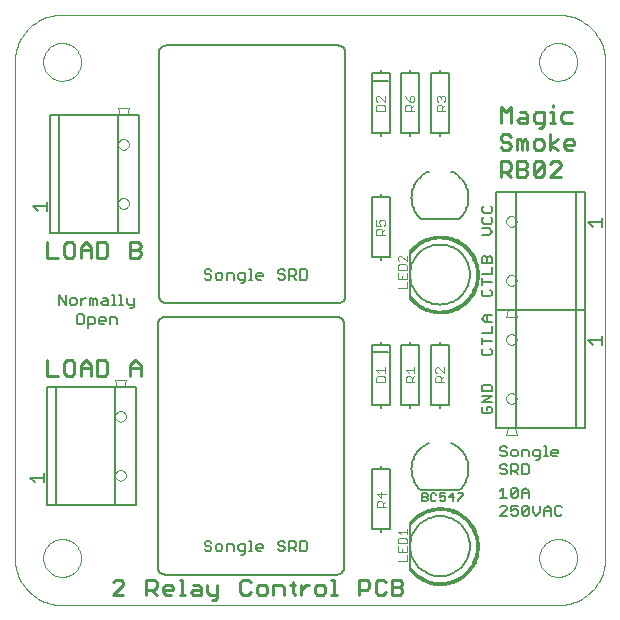
<source format=gto>
G75*
G70*
%OFA0B0*%
%FSLAX24Y24*%
%IPPOS*%
%LPD*%
%AMOC8*
5,1,8,0,0,1.08239X$1,22.5*
%
%ADD10C,0.0060*%
%ADD11C,0.0090*%
%ADD12C,0.0050*%
%ADD13C,0.0080*%
%ADD14C,0.0030*%
%ADD15C,0.0010*%
%ADD16C,0.0000*%
D10*
X006694Y006762D02*
X006694Y010699D01*
X006986Y010699D01*
X006986Y006762D01*
X006694Y006762D01*
X006986Y006762D02*
X008966Y006762D01*
X008966Y010699D01*
X009019Y010699D01*
X009252Y010699D01*
X009647Y010699D01*
X009647Y006762D01*
X008966Y006762D01*
X011941Y005501D02*
X011941Y005444D01*
X011998Y005387D01*
X012111Y005387D01*
X012168Y005331D01*
X012168Y005274D01*
X012111Y005217D01*
X011998Y005217D01*
X011941Y005274D01*
X011941Y005501D02*
X011998Y005558D01*
X012111Y005558D01*
X012168Y005501D01*
X012309Y005387D02*
X012309Y005274D01*
X012366Y005217D01*
X012479Y005217D01*
X012536Y005274D01*
X012536Y005387D01*
X012479Y005444D01*
X012366Y005444D01*
X012309Y005387D01*
X012678Y005444D02*
X012848Y005444D01*
X012905Y005387D01*
X012905Y005217D01*
X013046Y005274D02*
X013103Y005217D01*
X013273Y005217D01*
X013273Y005161D02*
X013273Y005444D01*
X013103Y005444D01*
X013046Y005387D01*
X013046Y005274D01*
X013159Y005104D02*
X013216Y005104D01*
X013273Y005161D01*
X013414Y005217D02*
X013528Y005217D01*
X013471Y005217D02*
X013471Y005558D01*
X013414Y005558D01*
X013660Y005387D02*
X013717Y005444D01*
X013830Y005444D01*
X013887Y005387D01*
X013887Y005331D01*
X013660Y005331D01*
X013660Y005387D02*
X013660Y005274D01*
X013717Y005217D01*
X013830Y005217D01*
X014396Y005274D02*
X014453Y005217D01*
X014567Y005217D01*
X014623Y005274D01*
X014623Y005331D01*
X014567Y005387D01*
X014453Y005387D01*
X014396Y005444D01*
X014396Y005501D01*
X014453Y005558D01*
X014567Y005558D01*
X014623Y005501D01*
X014765Y005558D02*
X014765Y005217D01*
X014765Y005331D02*
X014935Y005331D01*
X014992Y005387D01*
X014992Y005501D01*
X014935Y005558D01*
X014765Y005558D01*
X014878Y005331D02*
X014992Y005217D01*
X015133Y005217D02*
X015303Y005217D01*
X015360Y005274D01*
X015360Y005501D01*
X015303Y005558D01*
X015133Y005558D01*
X015133Y005217D01*
X012678Y005217D02*
X012678Y005444D01*
X008966Y010699D02*
X006986Y010699D01*
X007733Y012782D02*
X007846Y012782D01*
X007903Y012839D01*
X007903Y013066D01*
X007846Y013123D01*
X007733Y013123D01*
X007676Y013066D01*
X007676Y012839D01*
X007733Y012782D01*
X008044Y012782D02*
X008215Y012782D01*
X008271Y012839D01*
X008271Y012952D01*
X008215Y013009D01*
X008044Y013009D01*
X008044Y012669D01*
X008413Y012839D02*
X008413Y012952D01*
X008469Y013009D01*
X008583Y013009D01*
X008640Y012952D01*
X008640Y012896D01*
X008413Y012896D01*
X008413Y012839D02*
X008469Y012782D01*
X008583Y012782D01*
X008781Y012782D02*
X008781Y013009D01*
X008951Y013009D01*
X009008Y012952D01*
X009008Y012782D01*
X009461Y013316D02*
X009517Y013316D01*
X009574Y013372D01*
X009574Y013656D01*
X009347Y013656D02*
X009347Y013486D01*
X009404Y013429D01*
X009574Y013429D01*
X009215Y013429D02*
X009102Y013429D01*
X009159Y013429D02*
X009159Y013769D01*
X009102Y013769D01*
X008913Y013769D02*
X008913Y013429D01*
X008856Y013429D02*
X008970Y013429D01*
X008715Y013429D02*
X008545Y013429D01*
X008488Y013486D01*
X008545Y013543D01*
X008715Y013543D01*
X008715Y013599D02*
X008715Y013429D01*
X008715Y013599D02*
X008658Y013656D01*
X008545Y013656D01*
X008346Y013599D02*
X008346Y013429D01*
X008233Y013429D02*
X008233Y013599D01*
X008290Y013656D01*
X008346Y013599D01*
X008233Y013599D02*
X008176Y013656D01*
X008120Y013656D01*
X008120Y013429D01*
X007983Y013656D02*
X007926Y013656D01*
X007813Y013543D01*
X007813Y013656D02*
X007813Y013429D01*
X007671Y013486D02*
X007671Y013599D01*
X007615Y013656D01*
X007501Y013656D01*
X007444Y013599D01*
X007444Y013486D01*
X007501Y013429D01*
X007615Y013429D01*
X007671Y013486D01*
X007303Y013429D02*
X007303Y013769D01*
X007076Y013769D02*
X007303Y013429D01*
X007076Y013429D02*
X007076Y013769D01*
X008856Y013769D02*
X008913Y013769D01*
X009065Y015825D02*
X007084Y015825D01*
X007084Y019762D01*
X009065Y019762D01*
X009065Y015825D01*
X009746Y015825D01*
X009746Y019762D01*
X009350Y019762D01*
X009118Y019762D01*
X009065Y019762D01*
X007084Y019762D02*
X006793Y019762D01*
X006793Y015825D01*
X007084Y015825D01*
X011941Y014556D02*
X011941Y014499D01*
X011998Y014443D01*
X012111Y014443D01*
X012168Y014386D01*
X012168Y014329D01*
X012111Y014272D01*
X011998Y014272D01*
X011941Y014329D01*
X011941Y014556D02*
X011998Y014613D01*
X012111Y014613D01*
X012168Y014556D01*
X012309Y014443D02*
X012309Y014329D01*
X012366Y014272D01*
X012479Y014272D01*
X012536Y014329D01*
X012536Y014443D01*
X012479Y014499D01*
X012366Y014499D01*
X012309Y014443D01*
X012678Y014499D02*
X012678Y014272D01*
X012905Y014272D02*
X012905Y014443D01*
X012848Y014499D01*
X012678Y014499D01*
X013046Y014443D02*
X013046Y014329D01*
X013103Y014272D01*
X013273Y014272D01*
X013273Y014216D02*
X013273Y014499D01*
X013103Y014499D01*
X013046Y014443D01*
X013159Y014159D02*
X013216Y014159D01*
X013273Y014216D01*
X013414Y014272D02*
X013528Y014272D01*
X013471Y014272D02*
X013471Y014613D01*
X013414Y014613D01*
X013660Y014443D02*
X013660Y014329D01*
X013717Y014272D01*
X013830Y014272D01*
X013887Y014386D02*
X013660Y014386D01*
X013660Y014443D02*
X013717Y014499D01*
X013830Y014499D01*
X013887Y014443D01*
X013887Y014386D01*
X014396Y014329D02*
X014453Y014272D01*
X014567Y014272D01*
X014623Y014329D01*
X014623Y014386D01*
X014567Y014443D01*
X014453Y014443D01*
X014396Y014499D01*
X014396Y014556D01*
X014453Y014613D01*
X014567Y014613D01*
X014623Y014556D01*
X014765Y014613D02*
X014765Y014272D01*
X014765Y014386D02*
X014935Y014386D01*
X014992Y014443D01*
X014992Y014556D01*
X014935Y014613D01*
X014765Y014613D01*
X014878Y014386D02*
X014992Y014272D01*
X015133Y014272D02*
X015303Y014272D01*
X015360Y014329D01*
X015360Y014556D01*
X015303Y014613D01*
X015133Y014613D01*
X015133Y014272D01*
X019143Y016298D02*
X020427Y016298D01*
X021192Y016295D02*
X021192Y016182D01*
X021248Y016125D01*
X021475Y016125D01*
X021532Y016182D01*
X021532Y016295D01*
X021475Y016352D01*
X021475Y016494D02*
X021248Y016494D01*
X021192Y016550D01*
X021192Y016664D01*
X021248Y016721D01*
X021475Y016721D02*
X021532Y016664D01*
X021532Y016550D01*
X021475Y016494D01*
X021248Y016352D02*
X021192Y016295D01*
X021192Y015984D02*
X021418Y015984D01*
X021532Y015870D01*
X021418Y015757D01*
X021192Y015757D01*
X021236Y015042D02*
X021293Y015042D01*
X021350Y014986D01*
X021350Y014816D01*
X021350Y014986D02*
X021407Y015042D01*
X021463Y015042D01*
X021520Y014986D01*
X021520Y014816D01*
X021180Y014816D01*
X021180Y014986D01*
X021236Y015042D01*
X021520Y014674D02*
X021520Y014447D01*
X021180Y014447D01*
X021180Y014306D02*
X021180Y014079D01*
X021180Y014192D02*
X021520Y014192D01*
X021463Y013937D02*
X021520Y013881D01*
X021520Y013767D01*
X021463Y013711D01*
X021236Y013711D01*
X021180Y013767D01*
X021180Y013881D01*
X021236Y013937D01*
X021655Y013258D02*
X022051Y013258D01*
X022283Y013258D01*
X022336Y013258D01*
X022336Y017195D01*
X024317Y017195D01*
X024317Y013258D01*
X022336Y013258D01*
X022336Y009321D01*
X022283Y009321D01*
X022051Y009321D01*
X021655Y009321D01*
X021655Y013258D01*
X021655Y017195D01*
X022336Y017195D01*
X024317Y017195D02*
X024608Y017195D01*
X024608Y013258D01*
X024317Y013258D01*
X024317Y009321D01*
X022336Y009321D01*
X021954Y008717D02*
X021840Y008717D01*
X021784Y008660D01*
X021784Y008603D01*
X021840Y008546D01*
X021954Y008546D01*
X022010Y008490D01*
X022010Y008433D01*
X021954Y008376D01*
X021840Y008376D01*
X021784Y008433D01*
X022010Y008660D02*
X021954Y008717D01*
X022152Y008546D02*
X022152Y008433D01*
X022209Y008376D01*
X022322Y008376D01*
X022379Y008433D01*
X022379Y008546D01*
X022322Y008603D01*
X022209Y008603D01*
X022152Y008546D01*
X022520Y008603D02*
X022520Y008376D01*
X022747Y008376D02*
X022747Y008546D01*
X022690Y008603D01*
X022520Y008603D01*
X022888Y008546D02*
X022888Y008433D01*
X022945Y008376D01*
X023115Y008376D01*
X023115Y008320D02*
X023115Y008603D01*
X022945Y008603D01*
X022888Y008546D01*
X023002Y008263D02*
X023059Y008263D01*
X023115Y008320D01*
X023257Y008376D02*
X023370Y008376D01*
X023314Y008376D02*
X023314Y008717D01*
X023257Y008717D01*
X023502Y008546D02*
X023502Y008433D01*
X023559Y008376D01*
X023672Y008376D01*
X023729Y008490D02*
X023502Y008490D01*
X023502Y008546D02*
X023559Y008603D01*
X023672Y008603D01*
X023729Y008546D01*
X023729Y008490D01*
X024317Y009321D02*
X024608Y009321D01*
X024608Y013258D01*
X024317Y013258D01*
X022336Y013258D01*
X021655Y013258D01*
X021520Y013074D02*
X021293Y013074D01*
X021180Y012960D01*
X021293Y012847D01*
X021520Y012847D01*
X021520Y012706D02*
X021520Y012479D01*
X021180Y012479D01*
X021180Y012337D02*
X021180Y012110D01*
X021180Y012224D02*
X021520Y012224D01*
X021463Y011969D02*
X021520Y011912D01*
X021520Y011799D01*
X021463Y011742D01*
X021236Y011742D01*
X021180Y011799D01*
X021180Y011912D01*
X021236Y011969D01*
X021350Y012847D02*
X021350Y013074D01*
X018785Y014439D02*
X018787Y014502D01*
X018793Y014564D01*
X018803Y014626D01*
X018816Y014688D01*
X018834Y014748D01*
X018855Y014807D01*
X018880Y014865D01*
X018909Y014921D01*
X018941Y014975D01*
X018976Y015027D01*
X019014Y015076D01*
X019056Y015124D01*
X019100Y015168D01*
X019148Y015210D01*
X019197Y015248D01*
X019249Y015283D01*
X019303Y015315D01*
X019359Y015344D01*
X019417Y015369D01*
X019476Y015390D01*
X019536Y015408D01*
X019598Y015421D01*
X019660Y015431D01*
X019722Y015437D01*
X019785Y015439D01*
X019848Y015437D01*
X019910Y015431D01*
X019972Y015421D01*
X020034Y015408D01*
X020094Y015390D01*
X020153Y015369D01*
X020211Y015344D01*
X020267Y015315D01*
X020321Y015283D01*
X020373Y015248D01*
X020422Y015210D01*
X020470Y015168D01*
X020514Y015124D01*
X020556Y015076D01*
X020594Y015027D01*
X020629Y014975D01*
X020661Y014921D01*
X020690Y014865D01*
X020715Y014807D01*
X020736Y014748D01*
X020754Y014688D01*
X020767Y014626D01*
X020777Y014564D01*
X020783Y014502D01*
X020785Y014439D01*
X020783Y014376D01*
X020777Y014314D01*
X020767Y014252D01*
X020754Y014190D01*
X020736Y014130D01*
X020715Y014071D01*
X020690Y014013D01*
X020661Y013957D01*
X020629Y013903D01*
X020594Y013851D01*
X020556Y013802D01*
X020514Y013754D01*
X020470Y013710D01*
X020422Y013668D01*
X020373Y013630D01*
X020321Y013595D01*
X020267Y013563D01*
X020211Y013534D01*
X020153Y013509D01*
X020094Y013488D01*
X020034Y013470D01*
X019972Y013457D01*
X019910Y013447D01*
X019848Y013441D01*
X019785Y013439D01*
X019722Y013441D01*
X019660Y013447D01*
X019598Y013457D01*
X019536Y013470D01*
X019476Y013488D01*
X019417Y013509D01*
X019359Y013534D01*
X019303Y013563D01*
X019249Y013595D01*
X019197Y013630D01*
X019148Y013668D01*
X019100Y013710D01*
X019056Y013754D01*
X019014Y013802D01*
X018976Y013851D01*
X018941Y013903D01*
X018909Y013957D01*
X018880Y014013D01*
X018855Y014071D01*
X018834Y014130D01*
X018816Y014190D01*
X018803Y014252D01*
X018793Y014314D01*
X018787Y014376D01*
X018785Y014439D01*
X020427Y016298D02*
X020471Y016341D01*
X020511Y016386D01*
X020549Y016434D01*
X020584Y016484D01*
X020615Y016536D01*
X020643Y016590D01*
X020667Y016646D01*
X020688Y016703D01*
X020705Y016761D01*
X020718Y016821D01*
X020728Y016881D01*
X020733Y016941D01*
X020735Y017002D01*
X020733Y017063D01*
X020727Y017124D01*
X020717Y017184D01*
X020703Y017243D01*
X020685Y017301D01*
X020664Y017358D01*
X020639Y017414D01*
X020611Y017467D01*
X020579Y017519D01*
X020544Y017569D01*
X020506Y017617D01*
X020465Y017661D01*
X020421Y017704D01*
X020375Y017743D01*
X020326Y017779D01*
X020275Y017812D01*
X020221Y017842D01*
X020167Y017868D01*
X019403Y017868D02*
X019349Y017842D01*
X019295Y017812D01*
X019244Y017779D01*
X019195Y017743D01*
X019149Y017704D01*
X019105Y017661D01*
X019064Y017617D01*
X019026Y017569D01*
X018991Y017519D01*
X018959Y017467D01*
X018931Y017414D01*
X018906Y017358D01*
X018885Y017301D01*
X018867Y017243D01*
X018853Y017184D01*
X018843Y017124D01*
X018837Y017063D01*
X018835Y017002D01*
X018837Y016941D01*
X018842Y016881D01*
X018852Y016821D01*
X018865Y016761D01*
X018882Y016703D01*
X018903Y016646D01*
X018927Y016590D01*
X018955Y016536D01*
X018986Y016484D01*
X019021Y016434D01*
X019059Y016386D01*
X019099Y016341D01*
X019143Y016298D01*
X021236Y010772D02*
X021180Y010715D01*
X021180Y010545D01*
X021520Y010545D01*
X021520Y010715D01*
X021463Y010772D01*
X021236Y010772D01*
X021180Y010403D02*
X021520Y010403D01*
X021180Y010177D01*
X021520Y010177D01*
X021463Y010035D02*
X021350Y010035D01*
X021350Y009922D01*
X021463Y010035D02*
X021520Y009978D01*
X021520Y009865D01*
X021463Y009808D01*
X021236Y009808D01*
X021180Y009865D01*
X021180Y009978D01*
X021236Y010035D01*
X021840Y008117D02*
X021784Y008060D01*
X021784Y008003D01*
X021840Y007946D01*
X021954Y007946D01*
X022010Y007890D01*
X022010Y007833D01*
X021954Y007776D01*
X021840Y007776D01*
X021784Y007833D01*
X021840Y008117D02*
X021954Y008117D01*
X022010Y008060D01*
X022152Y008117D02*
X022322Y008117D01*
X022379Y008060D01*
X022379Y007946D01*
X022322Y007890D01*
X022152Y007890D01*
X022265Y007890D02*
X022379Y007776D01*
X022520Y007776D02*
X022690Y007776D01*
X022747Y007833D01*
X022747Y008060D01*
X022690Y008117D01*
X022520Y008117D01*
X022520Y007776D01*
X022152Y007776D02*
X022152Y008117D01*
X022209Y007339D02*
X022322Y007339D01*
X022379Y007282D01*
X022152Y007055D01*
X022209Y006998D01*
X022322Y006998D01*
X022379Y007055D01*
X022379Y007282D01*
X022520Y007225D02*
X022634Y007339D01*
X022747Y007225D01*
X022747Y006998D01*
X022747Y007169D02*
X022520Y007169D01*
X022520Y007225D02*
X022520Y006998D01*
X022577Y006739D02*
X022520Y006682D01*
X022520Y006455D01*
X022747Y006682D01*
X022747Y006455D01*
X022690Y006398D01*
X022577Y006398D01*
X022520Y006455D01*
X022379Y006455D02*
X022322Y006398D01*
X022209Y006398D01*
X022152Y006455D01*
X022152Y006569D02*
X022265Y006625D01*
X022322Y006625D01*
X022379Y006569D01*
X022379Y006455D01*
X022152Y006569D02*
X022152Y006739D01*
X022379Y006739D01*
X022577Y006739D02*
X022690Y006739D01*
X022747Y006682D01*
X022888Y006739D02*
X022888Y006512D01*
X023002Y006398D01*
X023115Y006512D01*
X023115Y006739D01*
X023257Y006625D02*
X023370Y006739D01*
X023484Y006625D01*
X023484Y006398D01*
X023625Y006455D02*
X023682Y006398D01*
X023795Y006398D01*
X023852Y006455D01*
X023625Y006455D02*
X023625Y006682D01*
X023682Y006739D01*
X023795Y006739D01*
X023852Y006682D01*
X023484Y006569D02*
X023257Y006569D01*
X023257Y006625D02*
X023257Y006398D01*
X022010Y006398D02*
X021784Y006398D01*
X022010Y006625D01*
X022010Y006682D01*
X021954Y006739D01*
X021840Y006739D01*
X021784Y006682D01*
X021784Y006998D02*
X022010Y006998D01*
X021897Y006998D02*
X021897Y007339D01*
X021784Y007225D01*
X022152Y007282D02*
X022152Y007055D01*
X022152Y007282D02*
X022209Y007339D01*
X020427Y007243D02*
X019143Y007243D01*
X020427Y007243D02*
X020471Y007286D01*
X020511Y007331D01*
X020549Y007379D01*
X020584Y007429D01*
X020615Y007481D01*
X020643Y007535D01*
X020667Y007591D01*
X020688Y007648D01*
X020705Y007706D01*
X020718Y007766D01*
X020728Y007826D01*
X020733Y007886D01*
X020735Y007947D01*
X020733Y008008D01*
X020727Y008069D01*
X020717Y008129D01*
X020703Y008188D01*
X020685Y008246D01*
X020664Y008303D01*
X020639Y008359D01*
X020611Y008412D01*
X020579Y008464D01*
X020544Y008514D01*
X020506Y008562D01*
X020465Y008606D01*
X020421Y008649D01*
X020375Y008688D01*
X020326Y008724D01*
X020275Y008757D01*
X020221Y008787D01*
X020167Y008813D01*
X019403Y008813D02*
X019349Y008787D01*
X019295Y008757D01*
X019244Y008724D01*
X019195Y008688D01*
X019149Y008649D01*
X019105Y008606D01*
X019064Y008562D01*
X019026Y008514D01*
X018991Y008464D01*
X018959Y008412D01*
X018931Y008359D01*
X018906Y008303D01*
X018885Y008246D01*
X018867Y008188D01*
X018853Y008129D01*
X018843Y008069D01*
X018837Y008008D01*
X018835Y007947D01*
X018837Y007886D01*
X018842Y007826D01*
X018852Y007766D01*
X018865Y007706D01*
X018882Y007648D01*
X018903Y007591D01*
X018927Y007535D01*
X018955Y007481D01*
X018986Y007429D01*
X019021Y007379D01*
X019059Y007331D01*
X019099Y007286D01*
X019143Y007243D01*
X018785Y005384D02*
X018787Y005447D01*
X018793Y005509D01*
X018803Y005571D01*
X018816Y005633D01*
X018834Y005693D01*
X018855Y005752D01*
X018880Y005810D01*
X018909Y005866D01*
X018941Y005920D01*
X018976Y005972D01*
X019014Y006021D01*
X019056Y006069D01*
X019100Y006113D01*
X019148Y006155D01*
X019197Y006193D01*
X019249Y006228D01*
X019303Y006260D01*
X019359Y006289D01*
X019417Y006314D01*
X019476Y006335D01*
X019536Y006353D01*
X019598Y006366D01*
X019660Y006376D01*
X019722Y006382D01*
X019785Y006384D01*
X019848Y006382D01*
X019910Y006376D01*
X019972Y006366D01*
X020034Y006353D01*
X020094Y006335D01*
X020153Y006314D01*
X020211Y006289D01*
X020267Y006260D01*
X020321Y006228D01*
X020373Y006193D01*
X020422Y006155D01*
X020470Y006113D01*
X020514Y006069D01*
X020556Y006021D01*
X020594Y005972D01*
X020629Y005920D01*
X020661Y005866D01*
X020690Y005810D01*
X020715Y005752D01*
X020736Y005693D01*
X020754Y005633D01*
X020767Y005571D01*
X020777Y005509D01*
X020783Y005447D01*
X020785Y005384D01*
X020783Y005321D01*
X020777Y005259D01*
X020767Y005197D01*
X020754Y005135D01*
X020736Y005075D01*
X020715Y005016D01*
X020690Y004958D01*
X020661Y004902D01*
X020629Y004848D01*
X020594Y004796D01*
X020556Y004747D01*
X020514Y004699D01*
X020470Y004655D01*
X020422Y004613D01*
X020373Y004575D01*
X020321Y004540D01*
X020267Y004508D01*
X020211Y004479D01*
X020153Y004454D01*
X020094Y004433D01*
X020034Y004415D01*
X019972Y004402D01*
X019910Y004392D01*
X019848Y004386D01*
X019785Y004384D01*
X019722Y004386D01*
X019660Y004392D01*
X019598Y004402D01*
X019536Y004415D01*
X019476Y004433D01*
X019417Y004454D01*
X019359Y004479D01*
X019303Y004508D01*
X019249Y004540D01*
X019197Y004575D01*
X019148Y004613D01*
X019100Y004655D01*
X019056Y004699D01*
X019014Y004747D01*
X018976Y004796D01*
X018941Y004848D01*
X018909Y004902D01*
X018880Y004958D01*
X018855Y005016D01*
X018834Y005075D01*
X018816Y005135D01*
X018803Y005197D01*
X018793Y005259D01*
X018787Y005321D01*
X018785Y005384D01*
D11*
X018449Y004268D02*
X018194Y004268D01*
X018194Y003757D01*
X018449Y003757D01*
X018534Y003843D01*
X018534Y003928D01*
X018449Y004013D01*
X018194Y004013D01*
X018449Y004013D02*
X018534Y004098D01*
X018534Y004183D01*
X018449Y004268D01*
X017982Y004183D02*
X017897Y004268D01*
X017727Y004268D01*
X017642Y004183D01*
X017642Y003843D01*
X017727Y003757D01*
X017897Y003757D01*
X017982Y003843D01*
X017429Y004013D02*
X017429Y004183D01*
X017344Y004268D01*
X017089Y004268D01*
X017089Y003757D01*
X017089Y003928D02*
X017344Y003928D01*
X017429Y004013D01*
X016339Y003757D02*
X016168Y003757D01*
X016253Y003757D02*
X016253Y004268D01*
X016168Y004268D01*
X015956Y004013D02*
X015871Y004098D01*
X015701Y004098D01*
X015616Y004013D01*
X015616Y003843D01*
X015701Y003757D01*
X015871Y003757D01*
X015956Y003843D01*
X015956Y004013D01*
X015411Y004098D02*
X015326Y004098D01*
X015156Y003928D01*
X015156Y004098D02*
X015156Y003757D01*
X014957Y003757D02*
X014872Y003843D01*
X014872Y004183D01*
X014787Y004098D02*
X014957Y004098D01*
X014575Y004013D02*
X014575Y003757D01*
X014575Y004013D02*
X014490Y004098D01*
X014235Y004098D01*
X014235Y003757D01*
X014023Y003843D02*
X014023Y004013D01*
X013938Y004098D01*
X013767Y004098D01*
X013682Y004013D01*
X013682Y003843D01*
X013767Y003757D01*
X013938Y003757D01*
X014023Y003843D01*
X013470Y003843D02*
X013385Y003757D01*
X013215Y003757D01*
X013130Y003843D01*
X013130Y004183D01*
X013215Y004268D01*
X013385Y004268D01*
X013470Y004183D01*
X012365Y004098D02*
X012365Y003672D01*
X012280Y003587D01*
X012195Y003587D01*
X012110Y003757D02*
X012365Y003757D01*
X012110Y003757D02*
X012025Y003843D01*
X012025Y004098D01*
X011813Y004013D02*
X011813Y003757D01*
X011557Y003757D01*
X011472Y003843D01*
X011557Y003928D01*
X011813Y003928D01*
X011813Y004013D02*
X011728Y004098D01*
X011557Y004098D01*
X011189Y004268D02*
X011189Y003757D01*
X011104Y003757D02*
X011274Y003757D01*
X010892Y003928D02*
X010552Y003928D01*
X010552Y004013D02*
X010637Y004098D01*
X010807Y004098D01*
X010892Y004013D01*
X010892Y003928D01*
X010807Y003757D02*
X010637Y003757D01*
X010552Y003843D01*
X010552Y004013D01*
X010339Y004013D02*
X010339Y004183D01*
X010254Y004268D01*
X009999Y004268D01*
X009999Y003757D01*
X009999Y003928D02*
X010254Y003928D01*
X010339Y004013D01*
X010169Y003928D02*
X010339Y003757D01*
X011104Y004268D02*
X011189Y004268D01*
X009235Y004183D02*
X009235Y004098D01*
X008894Y003757D01*
X009235Y003757D01*
X009235Y004183D02*
X009149Y004268D01*
X008979Y004268D01*
X008894Y004183D01*
X008613Y011067D02*
X008358Y011067D01*
X008358Y011577D01*
X008613Y011577D01*
X008698Y011492D01*
X008698Y011152D01*
X008613Y011067D01*
X008146Y011067D02*
X008146Y011407D01*
X007976Y011577D01*
X007805Y011407D01*
X007805Y011067D01*
X007593Y011152D02*
X007593Y011492D01*
X007508Y011577D01*
X007338Y011577D01*
X007253Y011492D01*
X007253Y011152D01*
X007338Y011067D01*
X007508Y011067D01*
X007593Y011152D01*
X007805Y011322D02*
X008146Y011322D01*
X007041Y011067D02*
X006701Y011067D01*
X006701Y011577D01*
X009463Y011407D02*
X009463Y011067D01*
X009463Y011322D02*
X009803Y011322D01*
X009803Y011407D02*
X009803Y011067D01*
X009803Y011407D02*
X009633Y011577D01*
X009463Y011407D01*
X009463Y015004D02*
X009718Y015004D01*
X009803Y015089D01*
X009803Y015174D01*
X009718Y015259D01*
X009463Y015259D01*
X009463Y015004D02*
X009463Y015514D01*
X009718Y015514D01*
X009803Y015429D01*
X009803Y015344D01*
X009718Y015259D01*
X008698Y015089D02*
X008698Y015429D01*
X008613Y015514D01*
X008358Y015514D01*
X008358Y015004D01*
X008613Y015004D01*
X008698Y015089D01*
X008146Y015004D02*
X008146Y015344D01*
X007976Y015514D01*
X007805Y015344D01*
X007805Y015004D01*
X007593Y015089D02*
X007593Y015429D01*
X007508Y015514D01*
X007338Y015514D01*
X007253Y015429D01*
X007253Y015089D01*
X007338Y015004D01*
X007508Y015004D01*
X007593Y015089D01*
X007805Y015259D02*
X008146Y015259D01*
X007041Y015004D02*
X006701Y015004D01*
X006701Y015514D01*
X021806Y017700D02*
X021806Y018210D01*
X022061Y018210D01*
X022146Y018125D01*
X022146Y017955D01*
X022061Y017870D01*
X021806Y017870D01*
X021976Y017870D02*
X022146Y017700D01*
X022358Y017700D02*
X022614Y017700D01*
X022699Y017785D01*
X022699Y017870D01*
X022614Y017955D01*
X022358Y017955D01*
X022358Y017700D02*
X022358Y018210D01*
X022614Y018210D01*
X022699Y018125D01*
X022699Y018040D01*
X022614Y017955D01*
X022911Y017785D02*
X022996Y017700D01*
X023166Y017700D01*
X023251Y017785D01*
X023251Y018125D01*
X022911Y017785D01*
X022911Y018125D01*
X022996Y018210D01*
X023166Y018210D01*
X023251Y018125D01*
X023463Y018125D02*
X023549Y018210D01*
X023719Y018210D01*
X023804Y018125D01*
X023804Y018040D01*
X023463Y017700D01*
X023804Y017700D01*
X023719Y018600D02*
X023463Y018770D01*
X023719Y018940D01*
X023924Y018855D02*
X024009Y018940D01*
X024179Y018940D01*
X024264Y018855D01*
X024264Y018770D01*
X023924Y018770D01*
X023924Y018685D02*
X023924Y018855D01*
X023924Y018685D02*
X024009Y018600D01*
X024179Y018600D01*
X023463Y018600D02*
X023463Y019110D01*
X023251Y018855D02*
X023166Y018940D01*
X022996Y018940D01*
X022911Y018855D01*
X022911Y018685D01*
X022996Y018600D01*
X023166Y018600D01*
X023251Y018685D01*
X023251Y018855D01*
X023166Y019330D02*
X023081Y019330D01*
X023166Y019330D02*
X023251Y019415D01*
X023251Y019840D01*
X022996Y019840D01*
X022911Y019755D01*
X022911Y019585D01*
X022996Y019500D01*
X023251Y019500D01*
X023463Y019500D02*
X023634Y019500D01*
X023549Y019500D02*
X023549Y019840D01*
X023463Y019840D01*
X023549Y020010D02*
X023549Y020095D01*
X023832Y019755D02*
X023917Y019840D01*
X024172Y019840D01*
X023832Y019755D02*
X023832Y019585D01*
X023917Y019500D01*
X024172Y019500D01*
X022699Y019500D02*
X022444Y019500D01*
X022358Y019585D01*
X022444Y019670D01*
X022699Y019670D01*
X022699Y019755D02*
X022699Y019500D01*
X022699Y019755D02*
X022614Y019840D01*
X022444Y019840D01*
X022146Y020010D02*
X022146Y019500D01*
X021806Y019500D02*
X021806Y020010D01*
X021976Y019840D01*
X022146Y020010D01*
X022061Y019110D02*
X021891Y019110D01*
X021806Y019025D01*
X021806Y018940D01*
X021891Y018855D01*
X022061Y018855D01*
X022146Y018770D01*
X022146Y018685D01*
X022061Y018600D01*
X021891Y018600D01*
X021806Y018685D01*
X022146Y019025D02*
X022061Y019110D01*
X022358Y018940D02*
X022444Y018940D01*
X022529Y018855D01*
X022614Y018940D01*
X022699Y018855D01*
X022699Y018600D01*
X022529Y018600D02*
X022529Y018855D01*
X022358Y018940D02*
X022358Y018600D01*
D12*
X024723Y016189D02*
X025173Y016189D01*
X025173Y016039D02*
X025173Y016339D01*
X024873Y016039D02*
X024723Y016189D01*
X025173Y012402D02*
X025173Y012102D01*
X025173Y012252D02*
X024723Y012252D01*
X024873Y012102D01*
X020551Y007144D02*
X020371Y007144D01*
X020211Y007144D02*
X020076Y007009D01*
X020256Y007009D01*
X020211Y006874D02*
X020211Y007144D01*
X019962Y007144D02*
X019782Y007144D01*
X019782Y007009D01*
X019872Y007054D01*
X019917Y007054D01*
X019962Y007009D01*
X019962Y006919D01*
X019917Y006874D01*
X019827Y006874D01*
X019782Y006919D01*
X019667Y006919D02*
X019622Y006874D01*
X019532Y006874D01*
X019487Y006919D01*
X019487Y007099D01*
X019532Y007144D01*
X019622Y007144D01*
X019667Y007099D01*
X019372Y007099D02*
X019372Y007054D01*
X019327Y007009D01*
X019192Y007009D01*
X019192Y007144D02*
X019327Y007144D01*
X019372Y007099D01*
X019327Y007009D02*
X019372Y006964D01*
X019372Y006919D01*
X019327Y006874D01*
X019192Y006874D01*
X019192Y007144D01*
X020371Y006919D02*
X020371Y006874D01*
X020371Y006919D02*
X020551Y007099D01*
X020551Y007144D01*
X006579Y007508D02*
X006579Y007808D01*
X006579Y007658D02*
X006129Y007658D01*
X006279Y007508D01*
X006377Y016571D02*
X006227Y016721D01*
X006677Y016721D01*
X006677Y016571D02*
X006677Y016871D01*
D13*
X010415Y013730D02*
X010415Y021833D01*
X010417Y021862D01*
X010422Y021890D01*
X010431Y021918D01*
X010442Y021945D01*
X010457Y021969D01*
X010475Y021992D01*
X010496Y022013D01*
X010519Y022031D01*
X010543Y022046D01*
X010570Y022057D01*
X010598Y022066D01*
X010626Y022071D01*
X010655Y022073D01*
X016395Y022073D01*
X016424Y022071D01*
X016452Y022066D01*
X016480Y022057D01*
X016507Y022046D01*
X016531Y022031D01*
X016554Y022013D01*
X016575Y021992D01*
X016593Y021969D01*
X016608Y021945D01*
X016619Y021918D01*
X016628Y021890D01*
X016633Y021862D01*
X016635Y021833D01*
X016635Y013730D01*
X016633Y013701D01*
X016628Y013673D01*
X016619Y013645D01*
X016608Y013618D01*
X016593Y013594D01*
X016575Y013571D01*
X016554Y013550D01*
X016531Y013532D01*
X016507Y013517D01*
X016480Y013506D01*
X016452Y013497D01*
X016424Y013492D01*
X016395Y013490D01*
X010655Y013490D01*
X010626Y013492D01*
X010598Y013497D01*
X010570Y013506D01*
X010543Y013517D01*
X010519Y013532D01*
X010496Y013550D01*
X010475Y013571D01*
X010457Y013594D01*
X010442Y013618D01*
X010431Y013645D01*
X010422Y013673D01*
X010417Y013701D01*
X010415Y013730D01*
X010616Y013022D02*
X016356Y013022D01*
X016385Y013020D01*
X016413Y013015D01*
X016441Y013006D01*
X016468Y012995D01*
X016492Y012980D01*
X016515Y012962D01*
X016536Y012941D01*
X016554Y012918D01*
X016569Y012894D01*
X016580Y012867D01*
X016589Y012839D01*
X016594Y012811D01*
X016596Y012782D01*
X016596Y004679D01*
X016594Y004650D01*
X016589Y004622D01*
X016580Y004594D01*
X016569Y004567D01*
X016554Y004543D01*
X016536Y004520D01*
X016515Y004499D01*
X016492Y004481D01*
X016468Y004466D01*
X016441Y004455D01*
X016413Y004446D01*
X016385Y004441D01*
X016356Y004439D01*
X010616Y004439D01*
X010587Y004441D01*
X010559Y004446D01*
X010531Y004455D01*
X010504Y004466D01*
X010480Y004481D01*
X010457Y004499D01*
X010436Y004520D01*
X010418Y004543D01*
X010403Y004567D01*
X010392Y004594D01*
X010383Y004622D01*
X010378Y004650D01*
X010376Y004679D01*
X010376Y012782D01*
X010378Y012811D01*
X010383Y012839D01*
X010392Y012867D01*
X010403Y012894D01*
X010418Y012918D01*
X010436Y012941D01*
X010457Y012962D01*
X010480Y012980D01*
X010504Y012995D01*
X010531Y013006D01*
X010559Y013015D01*
X010587Y013020D01*
X010616Y013022D01*
X017517Y012093D02*
X017517Y010093D01*
X017817Y010093D01*
X017817Y009993D01*
X017817Y010093D02*
X018117Y010093D01*
X018117Y012093D01*
X017817Y012093D01*
X017817Y012193D01*
X017817Y012093D02*
X017517Y012093D01*
X017567Y011843D02*
X018067Y011843D01*
X018501Y012093D02*
X018801Y012093D01*
X018801Y012193D01*
X018801Y012093D02*
X019101Y012093D01*
X019101Y010093D01*
X018801Y010093D01*
X018801Y009993D01*
X018801Y010093D02*
X018501Y010093D01*
X018501Y012093D01*
X019485Y012093D02*
X019785Y012093D01*
X019785Y012193D01*
X019785Y012093D02*
X020085Y012093D01*
X020085Y010093D01*
X019785Y010093D01*
X019785Y009993D01*
X019785Y010093D02*
X019485Y010093D01*
X019485Y012093D01*
X018785Y013689D02*
X018785Y015189D01*
X018117Y015014D02*
X017817Y015014D01*
X017817Y014914D01*
X017817Y015014D02*
X017517Y015014D01*
X017517Y017014D01*
X017817Y017014D01*
X017817Y017114D01*
X017817Y017014D02*
X018117Y017014D01*
X018117Y015014D01*
X017817Y019048D02*
X017817Y019148D01*
X017517Y019148D01*
X017517Y021148D01*
X017817Y021148D01*
X017817Y021248D01*
X017817Y021148D02*
X018117Y021148D01*
X018117Y019148D01*
X017817Y019148D01*
X018501Y019148D02*
X018801Y019148D01*
X018801Y019048D01*
X018801Y019148D02*
X019101Y019148D01*
X019101Y021148D01*
X018801Y021148D01*
X018801Y021248D01*
X018801Y021148D02*
X018501Y021148D01*
X018501Y019148D01*
X019485Y019148D02*
X019785Y019148D01*
X019785Y019048D01*
X019785Y019148D02*
X020085Y019148D01*
X020085Y021148D01*
X019785Y021148D01*
X019785Y021248D01*
X019785Y021148D02*
X019485Y021148D01*
X019485Y019148D01*
X018067Y020898D02*
X017567Y020898D01*
X017817Y008059D02*
X017817Y007959D01*
X018117Y007959D01*
X018117Y005959D01*
X017817Y005959D01*
X017817Y005859D01*
X017817Y005959D02*
X017517Y005959D01*
X017517Y007959D01*
X017817Y007959D01*
X018785Y006134D02*
X018785Y004634D01*
D14*
X018670Y004889D02*
X018670Y005083D01*
X018670Y005184D02*
X018380Y005184D01*
X018380Y005377D01*
X018380Y005478D02*
X018380Y005624D01*
X018428Y005672D01*
X018622Y005672D01*
X018670Y005624D01*
X018670Y005478D01*
X018380Y005478D01*
X018525Y005281D02*
X018525Y005184D01*
X018670Y005184D02*
X018670Y005377D01*
X018670Y004889D02*
X018380Y004889D01*
X018477Y005773D02*
X018380Y005870D01*
X018670Y005870D01*
X018670Y005773D02*
X018670Y005967D01*
X017972Y006685D02*
X017681Y006685D01*
X017681Y006830D01*
X017730Y006878D01*
X017826Y006878D01*
X017875Y006830D01*
X017875Y006685D01*
X017875Y006781D02*
X017972Y006878D01*
X017826Y006979D02*
X017826Y007173D01*
X017681Y007124D02*
X017826Y006979D01*
X017972Y007124D02*
X017681Y007124D01*
X017661Y010858D02*
X017661Y011003D01*
X017710Y011051D01*
X017903Y011051D01*
X017952Y011003D01*
X017952Y010858D01*
X017661Y010858D01*
X017758Y011152D02*
X017661Y011249D01*
X017952Y011249D01*
X017952Y011152D02*
X017952Y011346D01*
X018646Y011249D02*
X018936Y011249D01*
X018936Y011152D02*
X018936Y011346D01*
X018742Y011152D02*
X018646Y011249D01*
X018694Y011051D02*
X018791Y011051D01*
X018839Y011003D01*
X018839Y010858D01*
X018839Y010955D02*
X018936Y011051D01*
X018936Y010858D02*
X018646Y010858D01*
X018646Y011003D01*
X018694Y011051D01*
X019630Y011003D02*
X019678Y011051D01*
X019775Y011051D01*
X019823Y011003D01*
X019823Y010858D01*
X019823Y010955D02*
X019920Y011051D01*
X019920Y011152D02*
X019727Y011346D01*
X019678Y011346D01*
X019630Y011298D01*
X019630Y011201D01*
X019678Y011152D01*
X019630Y011003D02*
X019630Y010858D01*
X019920Y010858D01*
X019920Y011152D02*
X019920Y011346D01*
X021990Y012274D02*
X021992Y012300D01*
X021998Y012326D01*
X022008Y012351D01*
X022021Y012374D01*
X022037Y012394D01*
X022057Y012412D01*
X022079Y012427D01*
X022102Y012439D01*
X022128Y012447D01*
X022154Y012451D01*
X022180Y012451D01*
X022206Y012447D01*
X022232Y012439D01*
X022256Y012427D01*
X022277Y012412D01*
X022297Y012394D01*
X022313Y012374D01*
X022326Y012351D01*
X022336Y012326D01*
X022342Y012300D01*
X022344Y012274D01*
X022342Y012248D01*
X022336Y012222D01*
X022326Y012197D01*
X022313Y012174D01*
X022297Y012154D01*
X022277Y012136D01*
X022255Y012121D01*
X022232Y012109D01*
X022206Y012101D01*
X022180Y012097D01*
X022154Y012097D01*
X022128Y012101D01*
X022102Y012109D01*
X022078Y012121D01*
X022057Y012136D01*
X022037Y012154D01*
X022021Y012174D01*
X022008Y012197D01*
X021998Y012222D01*
X021992Y012248D01*
X021990Y012274D01*
X021990Y013030D02*
X022344Y013030D01*
X022283Y013258D01*
X022051Y013258D02*
X021990Y013030D01*
X021990Y014242D02*
X021992Y014268D01*
X021998Y014294D01*
X022008Y014319D01*
X022021Y014342D01*
X022037Y014362D01*
X022057Y014380D01*
X022079Y014395D01*
X022102Y014407D01*
X022128Y014415D01*
X022154Y014419D01*
X022180Y014419D01*
X022206Y014415D01*
X022232Y014407D01*
X022256Y014395D01*
X022277Y014380D01*
X022297Y014362D01*
X022313Y014342D01*
X022326Y014319D01*
X022336Y014294D01*
X022342Y014268D01*
X022344Y014242D01*
X022342Y014216D01*
X022336Y014190D01*
X022326Y014165D01*
X022313Y014142D01*
X022297Y014122D01*
X022277Y014104D01*
X022255Y014089D01*
X022232Y014077D01*
X022206Y014069D01*
X022180Y014065D01*
X022154Y014065D01*
X022128Y014069D01*
X022102Y014077D01*
X022078Y014089D01*
X022057Y014104D01*
X022037Y014122D01*
X022021Y014142D01*
X022008Y014165D01*
X021998Y014190D01*
X021992Y014216D01*
X021990Y014242D01*
X021990Y016211D02*
X021992Y016237D01*
X021998Y016263D01*
X022008Y016288D01*
X022021Y016311D01*
X022037Y016331D01*
X022057Y016349D01*
X022079Y016364D01*
X022102Y016376D01*
X022128Y016384D01*
X022154Y016388D01*
X022180Y016388D01*
X022206Y016384D01*
X022232Y016376D01*
X022256Y016364D01*
X022277Y016349D01*
X022297Y016331D01*
X022313Y016311D01*
X022326Y016288D01*
X022336Y016263D01*
X022342Y016237D01*
X022344Y016211D01*
X022342Y016185D01*
X022336Y016159D01*
X022326Y016134D01*
X022313Y016111D01*
X022297Y016091D01*
X022277Y016073D01*
X022255Y016058D01*
X022232Y016046D01*
X022206Y016038D01*
X022180Y016034D01*
X022154Y016034D01*
X022128Y016038D01*
X022102Y016046D01*
X022078Y016058D01*
X022057Y016073D01*
X022037Y016091D01*
X022021Y016111D01*
X022008Y016134D01*
X021998Y016159D01*
X021992Y016185D01*
X021990Y016211D01*
X018670Y015072D02*
X018670Y014878D01*
X018477Y015072D01*
X018428Y015072D01*
X018380Y015023D01*
X018380Y014927D01*
X018428Y014878D01*
X018428Y014777D02*
X018380Y014729D01*
X018380Y014584D01*
X018670Y014584D01*
X018670Y014729D01*
X018622Y014777D01*
X018428Y014777D01*
X018380Y014482D02*
X018380Y014289D01*
X018670Y014289D01*
X018670Y014482D01*
X018525Y014386D02*
X018525Y014289D01*
X018670Y014188D02*
X018670Y013994D01*
X018380Y013994D01*
X017957Y015767D02*
X017667Y015767D01*
X017667Y015912D01*
X017715Y015960D01*
X017812Y015960D01*
X017860Y015912D01*
X017860Y015767D01*
X017860Y015864D02*
X017957Y015960D01*
X017909Y016062D02*
X017957Y016110D01*
X017957Y016207D01*
X017909Y016255D01*
X017812Y016255D01*
X017763Y016207D01*
X017763Y016158D01*
X017812Y016062D01*
X017667Y016062D01*
X017667Y016255D01*
X017652Y019903D02*
X017652Y020049D01*
X017700Y020097D01*
X017894Y020097D01*
X017942Y020049D01*
X017942Y019903D01*
X017652Y019903D01*
X017700Y020198D02*
X017652Y020246D01*
X017652Y020343D01*
X017700Y020392D01*
X017749Y020392D01*
X017942Y020198D01*
X017942Y020392D01*
X018636Y020388D02*
X018684Y020292D01*
X018781Y020195D01*
X018781Y020340D01*
X018830Y020388D01*
X018878Y020388D01*
X018926Y020340D01*
X018926Y020243D01*
X018878Y020195D01*
X018781Y020195D01*
X018781Y020094D02*
X018830Y020045D01*
X018830Y019900D01*
X018926Y019900D02*
X018636Y019900D01*
X018636Y020045D01*
X018684Y020094D01*
X018781Y020094D01*
X018830Y019997D02*
X018926Y020094D01*
X019670Y020045D02*
X019670Y019900D01*
X019961Y019900D01*
X019864Y019900D02*
X019864Y020045D01*
X019815Y020094D01*
X019719Y020094D01*
X019670Y020045D01*
X019719Y020195D02*
X019670Y020243D01*
X019670Y020340D01*
X019719Y020388D01*
X019767Y020388D01*
X019815Y020340D01*
X019864Y020388D01*
X019912Y020388D01*
X019961Y020340D01*
X019961Y020243D01*
X019912Y020195D01*
X019961Y020094D02*
X019864Y019997D01*
X019815Y020292D02*
X019815Y020340D01*
X009411Y019990D02*
X009057Y019990D01*
X009118Y019762D01*
X009350Y019762D02*
X009411Y019990D01*
X009057Y018778D02*
X009059Y018804D01*
X009065Y018830D01*
X009075Y018855D01*
X009088Y018878D01*
X009104Y018898D01*
X009124Y018916D01*
X009146Y018931D01*
X009169Y018943D01*
X009195Y018951D01*
X009221Y018955D01*
X009247Y018955D01*
X009273Y018951D01*
X009299Y018943D01*
X009323Y018931D01*
X009344Y018916D01*
X009364Y018898D01*
X009380Y018878D01*
X009393Y018855D01*
X009403Y018830D01*
X009409Y018804D01*
X009411Y018778D01*
X009409Y018752D01*
X009403Y018726D01*
X009393Y018701D01*
X009380Y018678D01*
X009364Y018658D01*
X009344Y018640D01*
X009322Y018625D01*
X009299Y018613D01*
X009273Y018605D01*
X009247Y018601D01*
X009221Y018601D01*
X009195Y018605D01*
X009169Y018613D01*
X009145Y018625D01*
X009124Y018640D01*
X009104Y018658D01*
X009088Y018678D01*
X009075Y018701D01*
X009065Y018726D01*
X009059Y018752D01*
X009057Y018778D01*
X009057Y016809D02*
X009059Y016835D01*
X009065Y016861D01*
X009075Y016886D01*
X009088Y016909D01*
X009104Y016929D01*
X009124Y016947D01*
X009146Y016962D01*
X009169Y016974D01*
X009195Y016982D01*
X009221Y016986D01*
X009247Y016986D01*
X009273Y016982D01*
X009299Y016974D01*
X009323Y016962D01*
X009344Y016947D01*
X009364Y016929D01*
X009380Y016909D01*
X009393Y016886D01*
X009403Y016861D01*
X009409Y016835D01*
X009411Y016809D01*
X009409Y016783D01*
X009403Y016757D01*
X009393Y016732D01*
X009380Y016709D01*
X009364Y016689D01*
X009344Y016671D01*
X009322Y016656D01*
X009299Y016644D01*
X009273Y016636D01*
X009247Y016632D01*
X009221Y016632D01*
X009195Y016636D01*
X009169Y016644D01*
X009145Y016656D01*
X009124Y016671D01*
X009104Y016689D01*
X009088Y016709D01*
X009075Y016732D01*
X009065Y016757D01*
X009059Y016783D01*
X009057Y016809D01*
X008958Y010927D02*
X009019Y010699D01*
X009252Y010699D02*
X009313Y010927D01*
X008958Y010927D01*
X008958Y009715D02*
X008960Y009741D01*
X008966Y009767D01*
X008976Y009792D01*
X008989Y009815D01*
X009005Y009835D01*
X009025Y009853D01*
X009047Y009868D01*
X009070Y009880D01*
X009096Y009888D01*
X009122Y009892D01*
X009148Y009892D01*
X009174Y009888D01*
X009200Y009880D01*
X009224Y009868D01*
X009245Y009853D01*
X009265Y009835D01*
X009281Y009815D01*
X009294Y009792D01*
X009304Y009767D01*
X009310Y009741D01*
X009312Y009715D01*
X009310Y009689D01*
X009304Y009663D01*
X009294Y009638D01*
X009281Y009615D01*
X009265Y009595D01*
X009245Y009577D01*
X009223Y009562D01*
X009200Y009550D01*
X009174Y009542D01*
X009148Y009538D01*
X009122Y009538D01*
X009096Y009542D01*
X009070Y009550D01*
X009046Y009562D01*
X009025Y009577D01*
X009005Y009595D01*
X008989Y009615D01*
X008976Y009638D01*
X008966Y009663D01*
X008960Y009689D01*
X008958Y009715D01*
X008958Y007746D02*
X008960Y007772D01*
X008966Y007798D01*
X008976Y007823D01*
X008989Y007846D01*
X009005Y007866D01*
X009025Y007884D01*
X009047Y007899D01*
X009070Y007911D01*
X009096Y007919D01*
X009122Y007923D01*
X009148Y007923D01*
X009174Y007919D01*
X009200Y007911D01*
X009224Y007899D01*
X009245Y007884D01*
X009265Y007866D01*
X009281Y007846D01*
X009294Y007823D01*
X009304Y007798D01*
X009310Y007772D01*
X009312Y007746D01*
X009310Y007720D01*
X009304Y007694D01*
X009294Y007669D01*
X009281Y007646D01*
X009265Y007626D01*
X009245Y007608D01*
X009223Y007593D01*
X009200Y007581D01*
X009174Y007573D01*
X009148Y007569D01*
X009122Y007569D01*
X009096Y007573D01*
X009070Y007581D01*
X009046Y007593D01*
X009025Y007608D01*
X009005Y007626D01*
X008989Y007646D01*
X008976Y007669D01*
X008966Y007694D01*
X008960Y007720D01*
X008958Y007746D01*
X021990Y009093D02*
X022344Y009093D01*
X022283Y009321D01*
X022051Y009321D02*
X021990Y009093D01*
X021990Y010305D02*
X021992Y010331D01*
X021998Y010357D01*
X022008Y010382D01*
X022021Y010405D01*
X022037Y010425D01*
X022057Y010443D01*
X022079Y010458D01*
X022102Y010470D01*
X022128Y010478D01*
X022154Y010482D01*
X022180Y010482D01*
X022206Y010478D01*
X022232Y010470D01*
X022256Y010458D01*
X022277Y010443D01*
X022297Y010425D01*
X022313Y010405D01*
X022326Y010382D01*
X022336Y010357D01*
X022342Y010331D01*
X022344Y010305D01*
X022342Y010279D01*
X022336Y010253D01*
X022326Y010228D01*
X022313Y010205D01*
X022297Y010185D01*
X022277Y010167D01*
X022255Y010152D01*
X022232Y010140D01*
X022206Y010132D01*
X022180Y010128D01*
X022154Y010128D01*
X022128Y010132D01*
X022102Y010140D01*
X022078Y010152D01*
X022057Y010167D01*
X022037Y010185D01*
X022021Y010205D01*
X022008Y010228D01*
X021998Y010253D01*
X021992Y010279D01*
X021990Y010305D01*
D15*
X018753Y013659D02*
X018825Y013713D01*
X018824Y013712D02*
X018867Y013659D01*
X018912Y013608D01*
X018961Y013560D01*
X019012Y013515D01*
X019066Y013472D01*
X019122Y013433D01*
X019180Y013397D01*
X019240Y013364D01*
X019301Y013335D01*
X019365Y013310D01*
X019429Y013288D01*
X019495Y013269D01*
X019562Y013255D01*
X019629Y013244D01*
X019697Y013237D01*
X019765Y013234D01*
X019834Y013235D01*
X019902Y013240D01*
X019970Y013248D01*
X020037Y013261D01*
X020103Y013277D01*
X020168Y013297D01*
X020233Y013320D01*
X020295Y013347D01*
X020356Y013378D01*
X020415Y013412D01*
X020473Y013449D01*
X020528Y013490D01*
X020580Y013534D01*
X020630Y013580D01*
X020677Y013629D01*
X020722Y013681D01*
X020763Y013735D01*
X020802Y013792D01*
X020837Y013851D01*
X020868Y013911D01*
X020896Y013973D01*
X020921Y014037D01*
X020942Y014102D01*
X020959Y014168D01*
X020973Y014235D01*
X020982Y014303D01*
X020988Y014371D01*
X020990Y014439D01*
X020988Y014507D01*
X020982Y014575D01*
X020973Y014643D01*
X020959Y014710D01*
X020942Y014776D01*
X020921Y014841D01*
X020896Y014905D01*
X020868Y014967D01*
X020837Y015027D01*
X020802Y015086D01*
X020763Y015143D01*
X020722Y015197D01*
X020677Y015249D01*
X020630Y015298D01*
X020580Y015344D01*
X020528Y015388D01*
X020473Y015429D01*
X020415Y015466D01*
X020356Y015500D01*
X020295Y015531D01*
X020233Y015558D01*
X020168Y015581D01*
X020103Y015601D01*
X020037Y015617D01*
X019970Y015630D01*
X019902Y015638D01*
X019834Y015643D01*
X019765Y015644D01*
X019697Y015641D01*
X019629Y015634D01*
X019562Y015623D01*
X019495Y015609D01*
X019429Y015590D01*
X019365Y015568D01*
X019301Y015543D01*
X019240Y015514D01*
X019180Y015481D01*
X019122Y015445D01*
X019066Y015406D01*
X019012Y015363D01*
X018961Y015318D01*
X018912Y015270D01*
X018867Y015219D01*
X018824Y015166D01*
X018753Y015219D01*
X018752Y015220D01*
X018796Y015275D01*
X018844Y015328D01*
X018894Y015379D01*
X018947Y015426D01*
X019002Y015470D01*
X019060Y015512D01*
X019120Y015550D01*
X019181Y015585D01*
X019245Y015616D01*
X019310Y015644D01*
X019377Y015668D01*
X019445Y015689D01*
X019514Y015705D01*
X019584Y015718D01*
X019654Y015727D01*
X019725Y015733D01*
X019796Y015734D01*
X019867Y015731D01*
X019938Y015725D01*
X020008Y015715D01*
X020077Y015701D01*
X020146Y015683D01*
X020214Y015661D01*
X020280Y015636D01*
X020345Y015607D01*
X020408Y015574D01*
X020469Y015538D01*
X020528Y015499D01*
X020585Y015457D01*
X020640Y015412D01*
X020692Y015363D01*
X020741Y015312D01*
X020788Y015259D01*
X020831Y015202D01*
X020871Y015144D01*
X020908Y015083D01*
X020942Y015021D01*
X020972Y014957D01*
X020999Y014891D01*
X021022Y014824D01*
X021041Y014755D01*
X021056Y014686D01*
X021068Y014616D01*
X021076Y014545D01*
X021080Y014474D01*
X021080Y014404D01*
X021076Y014333D01*
X021068Y014262D01*
X021056Y014192D01*
X021041Y014123D01*
X021022Y014054D01*
X020999Y013987D01*
X020972Y013921D01*
X020942Y013857D01*
X020908Y013795D01*
X020871Y013734D01*
X020831Y013676D01*
X020788Y013619D01*
X020741Y013566D01*
X020692Y013515D01*
X020640Y013466D01*
X020585Y013421D01*
X020528Y013379D01*
X020469Y013340D01*
X020408Y013304D01*
X020345Y013271D01*
X020280Y013242D01*
X020214Y013217D01*
X020146Y013195D01*
X020077Y013177D01*
X020008Y013163D01*
X019938Y013153D01*
X019867Y013147D01*
X019796Y013144D01*
X019725Y013145D01*
X019654Y013151D01*
X019584Y013160D01*
X019514Y013173D01*
X019445Y013189D01*
X019377Y013210D01*
X019310Y013234D01*
X019245Y013262D01*
X019181Y013293D01*
X019120Y013328D01*
X019060Y013366D01*
X019002Y013408D01*
X018947Y013452D01*
X018894Y013499D01*
X018844Y013550D01*
X018796Y013603D01*
X018752Y013658D01*
X018759Y013663D01*
X018804Y013608D01*
X018851Y013555D01*
X018902Y013504D01*
X018955Y013457D01*
X019011Y013412D01*
X019069Y013371D01*
X019129Y013333D01*
X019191Y013298D01*
X019255Y013267D01*
X019321Y013240D01*
X019388Y013216D01*
X019457Y013196D01*
X019526Y013179D01*
X019596Y013167D01*
X019667Y013158D01*
X019738Y013154D01*
X019809Y013153D01*
X019880Y013157D01*
X019951Y013164D01*
X020022Y013175D01*
X020091Y013190D01*
X020160Y013209D01*
X020228Y013232D01*
X020294Y013258D01*
X020359Y013288D01*
X020421Y013322D01*
X020482Y013358D01*
X020541Y013399D01*
X020598Y013442D01*
X020652Y013489D01*
X020703Y013538D01*
X020751Y013591D01*
X020797Y013645D01*
X020839Y013703D01*
X020878Y013762D01*
X020914Y013824D01*
X020947Y013887D01*
X020975Y013952D01*
X021001Y014019D01*
X021022Y014087D01*
X021040Y014156D01*
X021053Y014226D01*
X021063Y014297D01*
X021069Y014368D01*
X021071Y014439D01*
X021069Y014510D01*
X021063Y014581D01*
X021053Y014652D01*
X021040Y014722D01*
X021022Y014791D01*
X021001Y014859D01*
X020975Y014926D01*
X020947Y014991D01*
X020914Y015054D01*
X020878Y015116D01*
X020839Y015175D01*
X020797Y015233D01*
X020751Y015287D01*
X020703Y015340D01*
X020652Y015389D01*
X020598Y015436D01*
X020541Y015479D01*
X020482Y015520D01*
X020421Y015556D01*
X020359Y015590D01*
X020294Y015620D01*
X020228Y015646D01*
X020160Y015669D01*
X020091Y015688D01*
X020022Y015703D01*
X019951Y015714D01*
X019880Y015721D01*
X019809Y015725D01*
X019738Y015724D01*
X019667Y015720D01*
X019596Y015711D01*
X019526Y015699D01*
X019457Y015682D01*
X019388Y015662D01*
X019321Y015638D01*
X019255Y015611D01*
X019191Y015580D01*
X019129Y015545D01*
X019069Y015507D01*
X019011Y015466D01*
X018955Y015421D01*
X018902Y015374D01*
X018851Y015323D01*
X018804Y015270D01*
X018759Y015215D01*
X018766Y015209D01*
X018811Y015264D01*
X018858Y015317D01*
X018908Y015367D01*
X018961Y015414D01*
X019016Y015458D01*
X019074Y015500D01*
X019133Y015537D01*
X019195Y015572D01*
X019259Y015603D01*
X019324Y015630D01*
X019391Y015654D01*
X019459Y015674D01*
X019528Y015690D01*
X019597Y015702D01*
X019668Y015711D01*
X019738Y015715D01*
X019809Y015716D01*
X019880Y015712D01*
X019950Y015705D01*
X020020Y015694D01*
X020089Y015679D01*
X020157Y015660D01*
X020225Y015638D01*
X020290Y015612D01*
X020355Y015582D01*
X020417Y015549D01*
X020477Y015512D01*
X020536Y015472D01*
X020592Y015429D01*
X020646Y015383D01*
X020696Y015333D01*
X020745Y015282D01*
X020790Y015227D01*
X020832Y015170D01*
X020871Y015111D01*
X020906Y015050D01*
X020939Y014987D01*
X020967Y014922D01*
X020992Y014856D01*
X021013Y014788D01*
X021031Y014720D01*
X021044Y014650D01*
X021054Y014580D01*
X021060Y014510D01*
X021062Y014439D01*
X021060Y014368D01*
X021054Y014298D01*
X021044Y014228D01*
X021031Y014158D01*
X021013Y014090D01*
X020992Y014022D01*
X020967Y013956D01*
X020939Y013891D01*
X020906Y013828D01*
X020871Y013767D01*
X020832Y013708D01*
X020790Y013651D01*
X020745Y013596D01*
X020696Y013545D01*
X020646Y013495D01*
X020592Y013449D01*
X020536Y013406D01*
X020477Y013366D01*
X020417Y013329D01*
X020355Y013296D01*
X020290Y013266D01*
X020225Y013240D01*
X020157Y013218D01*
X020089Y013199D01*
X020020Y013184D01*
X019950Y013173D01*
X019880Y013166D01*
X019809Y013162D01*
X019738Y013163D01*
X019668Y013167D01*
X019597Y013176D01*
X019528Y013188D01*
X019459Y013204D01*
X019391Y013224D01*
X019324Y013248D01*
X019259Y013275D01*
X019195Y013306D01*
X019133Y013341D01*
X019074Y013378D01*
X019016Y013420D01*
X018961Y013464D01*
X018908Y013511D01*
X018858Y013561D01*
X018811Y013614D01*
X018766Y013669D01*
X018774Y013674D01*
X018818Y013619D01*
X018866Y013566D01*
X018916Y013516D01*
X018969Y013468D01*
X019025Y013424D01*
X019083Y013383D01*
X019143Y013346D01*
X019205Y013311D01*
X019269Y013281D01*
X019335Y013254D01*
X019402Y013230D01*
X019470Y013211D01*
X019540Y013195D01*
X019610Y013183D01*
X019680Y013175D01*
X019751Y013171D01*
X019822Y013172D01*
X019893Y013176D01*
X019964Y013184D01*
X020034Y013196D01*
X020103Y013212D01*
X020171Y013231D01*
X020239Y013255D01*
X020304Y013282D01*
X020368Y013313D01*
X020430Y013347D01*
X020490Y013385D01*
X020548Y013427D01*
X020604Y013471D01*
X020657Y013518D01*
X020707Y013569D01*
X020754Y013622D01*
X020799Y013677D01*
X020840Y013735D01*
X020877Y013795D01*
X020912Y013858D01*
X020943Y013922D01*
X020970Y013987D01*
X020993Y014054D01*
X021013Y014123D01*
X021029Y014192D01*
X021041Y014262D01*
X021049Y014333D01*
X021053Y014403D01*
X021053Y014475D01*
X021049Y014545D01*
X021041Y014616D01*
X021029Y014686D01*
X021013Y014755D01*
X020993Y014824D01*
X020970Y014891D01*
X020943Y014956D01*
X020912Y015020D01*
X020877Y015083D01*
X020840Y015143D01*
X020799Y015201D01*
X020754Y015256D01*
X020707Y015309D01*
X020657Y015360D01*
X020604Y015407D01*
X020548Y015451D01*
X020490Y015493D01*
X020430Y015531D01*
X020368Y015565D01*
X020304Y015596D01*
X020239Y015623D01*
X020171Y015647D01*
X020103Y015666D01*
X020034Y015682D01*
X019964Y015694D01*
X019893Y015702D01*
X019822Y015706D01*
X019751Y015707D01*
X019680Y015703D01*
X019610Y015695D01*
X019540Y015683D01*
X019470Y015667D01*
X019402Y015648D01*
X019335Y015624D01*
X019269Y015597D01*
X019205Y015567D01*
X019143Y015532D01*
X019083Y015495D01*
X019025Y015454D01*
X018969Y015410D01*
X018916Y015362D01*
X018866Y015312D01*
X018818Y015259D01*
X018774Y015204D01*
X018781Y015198D01*
X018825Y015253D01*
X018872Y015306D01*
X018922Y015356D01*
X018975Y015403D01*
X019030Y015447D01*
X019088Y015487D01*
X019147Y015525D01*
X019209Y015559D01*
X019273Y015589D01*
X019338Y015616D01*
X019405Y015639D01*
X019473Y015659D01*
X019541Y015674D01*
X019611Y015686D01*
X019681Y015694D01*
X019752Y015698D01*
X019822Y015697D01*
X019893Y015693D01*
X019963Y015685D01*
X020032Y015673D01*
X020101Y015658D01*
X020169Y015638D01*
X020235Y015615D01*
X020300Y015588D01*
X020364Y015557D01*
X020426Y015523D01*
X020485Y015485D01*
X020543Y015444D01*
X020598Y015400D01*
X020651Y015353D01*
X020700Y015303D01*
X020747Y015251D01*
X020791Y015195D01*
X020832Y015138D01*
X020870Y015078D01*
X020904Y015016D01*
X020934Y014953D01*
X020961Y014888D01*
X020985Y014821D01*
X021004Y014753D01*
X021020Y014684D01*
X021032Y014615D01*
X021040Y014545D01*
X021044Y014474D01*
X021044Y014404D01*
X021040Y014333D01*
X021032Y014263D01*
X021020Y014194D01*
X021004Y014125D01*
X020985Y014057D01*
X020961Y013990D01*
X020934Y013925D01*
X020904Y013862D01*
X020870Y013800D01*
X020832Y013740D01*
X020791Y013683D01*
X020747Y013627D01*
X020700Y013575D01*
X020651Y013525D01*
X020598Y013478D01*
X020543Y013434D01*
X020485Y013393D01*
X020426Y013355D01*
X020364Y013321D01*
X020300Y013290D01*
X020235Y013263D01*
X020169Y013240D01*
X020101Y013220D01*
X020032Y013205D01*
X019963Y013193D01*
X019893Y013185D01*
X019822Y013181D01*
X019752Y013180D01*
X019681Y013184D01*
X019611Y013192D01*
X019541Y013204D01*
X019473Y013219D01*
X019405Y013239D01*
X019338Y013262D01*
X019273Y013289D01*
X019209Y013319D01*
X019147Y013353D01*
X019088Y013391D01*
X019030Y013431D01*
X018975Y013475D01*
X018922Y013522D01*
X018872Y013572D01*
X018825Y013625D01*
X018781Y013680D01*
X018788Y013685D01*
X018832Y013630D01*
X018879Y013578D01*
X018928Y013529D01*
X018981Y013482D01*
X019035Y013439D01*
X019093Y013398D01*
X019152Y013361D01*
X019213Y013327D01*
X019277Y013297D01*
X019341Y013270D01*
X019408Y013247D01*
X019475Y013228D01*
X019543Y013213D01*
X019612Y013201D01*
X019682Y013193D01*
X019752Y013189D01*
X019822Y013190D01*
X019892Y013194D01*
X019961Y013202D01*
X020030Y013213D01*
X020099Y013229D01*
X020166Y013248D01*
X020232Y013272D01*
X020297Y013299D01*
X020360Y013329D01*
X020421Y013363D01*
X020480Y013400D01*
X020538Y013441D01*
X020592Y013485D01*
X020644Y013531D01*
X020694Y013581D01*
X020741Y013633D01*
X020784Y013688D01*
X020825Y013745D01*
X020862Y013804D01*
X020896Y013866D01*
X020926Y013929D01*
X020953Y013994D01*
X020976Y014060D01*
X020995Y014127D01*
X021011Y014195D01*
X021023Y014264D01*
X021031Y014334D01*
X021035Y014404D01*
X021035Y014474D01*
X021031Y014544D01*
X021023Y014614D01*
X021011Y014683D01*
X020995Y014751D01*
X020976Y014818D01*
X020953Y014884D01*
X020926Y014949D01*
X020896Y015012D01*
X020862Y015074D01*
X020825Y015133D01*
X020784Y015190D01*
X020741Y015245D01*
X020694Y015297D01*
X020644Y015347D01*
X020592Y015393D01*
X020538Y015437D01*
X020480Y015478D01*
X020421Y015515D01*
X020360Y015549D01*
X020297Y015579D01*
X020232Y015606D01*
X020166Y015630D01*
X020099Y015649D01*
X020030Y015665D01*
X019961Y015676D01*
X019892Y015684D01*
X019822Y015688D01*
X019752Y015689D01*
X019682Y015685D01*
X019612Y015677D01*
X019543Y015665D01*
X019475Y015650D01*
X019408Y015631D01*
X019341Y015608D01*
X019277Y015581D01*
X019213Y015551D01*
X019152Y015517D01*
X019093Y015480D01*
X019035Y015439D01*
X018981Y015396D01*
X018928Y015349D01*
X018879Y015300D01*
X018832Y015248D01*
X018788Y015193D01*
X018795Y015188D01*
X018839Y015242D01*
X018885Y015294D01*
X018934Y015343D01*
X018986Y015389D01*
X019041Y015432D01*
X019098Y015472D01*
X019157Y015509D01*
X019218Y015543D01*
X019280Y015573D01*
X019345Y015599D01*
X019410Y015622D01*
X019477Y015641D01*
X019545Y015657D01*
X019614Y015668D01*
X019683Y015676D01*
X019752Y015680D01*
X019822Y015679D01*
X019891Y015675D01*
X019960Y015668D01*
X020029Y015656D01*
X020096Y015640D01*
X020163Y015621D01*
X020229Y015598D01*
X020293Y015571D01*
X020356Y015541D01*
X020417Y015507D01*
X020475Y015470D01*
X020532Y015430D01*
X020586Y015387D01*
X020638Y015340D01*
X020687Y015291D01*
X020734Y015239D01*
X020777Y015185D01*
X020817Y015128D01*
X020854Y015069D01*
X020888Y015008D01*
X020918Y014945D01*
X020945Y014881D01*
X020968Y014816D01*
X020987Y014749D01*
X021002Y014681D01*
X021014Y014612D01*
X021022Y014543D01*
X021026Y014474D01*
X021026Y014404D01*
X021022Y014335D01*
X021014Y014266D01*
X021002Y014197D01*
X020987Y014129D01*
X020968Y014062D01*
X020945Y013997D01*
X020918Y013933D01*
X020888Y013870D01*
X020854Y013809D01*
X020817Y013750D01*
X020777Y013693D01*
X020734Y013639D01*
X020687Y013587D01*
X020638Y013538D01*
X020586Y013491D01*
X020532Y013448D01*
X020475Y013408D01*
X020417Y013371D01*
X020356Y013337D01*
X020293Y013307D01*
X020229Y013280D01*
X020163Y013257D01*
X020096Y013238D01*
X020029Y013222D01*
X019960Y013210D01*
X019891Y013203D01*
X019822Y013199D01*
X019752Y013198D01*
X019683Y013202D01*
X019614Y013210D01*
X019545Y013221D01*
X019477Y013237D01*
X019410Y013256D01*
X019345Y013279D01*
X019280Y013305D01*
X019218Y013335D01*
X019157Y013369D01*
X019098Y013406D01*
X019041Y013446D01*
X018986Y013489D01*
X018934Y013535D01*
X018885Y013584D01*
X018839Y013636D01*
X018795Y013690D01*
X018802Y013696D01*
X018846Y013642D01*
X018892Y013591D01*
X018941Y013542D01*
X018992Y013496D01*
X019046Y013453D01*
X019103Y013413D01*
X019161Y013377D01*
X019222Y013343D01*
X019284Y013313D01*
X019348Y013287D01*
X019413Y013265D01*
X019479Y013246D01*
X019547Y013230D01*
X019615Y013219D01*
X019683Y013211D01*
X019752Y013207D01*
X019821Y013208D01*
X019890Y013212D01*
X019959Y013219D01*
X020027Y013231D01*
X020094Y013246D01*
X020161Y013266D01*
X020226Y013289D01*
X020289Y013315D01*
X020352Y013345D01*
X020412Y013378D01*
X020470Y013415D01*
X020527Y013455D01*
X020581Y013498D01*
X020632Y013544D01*
X020681Y013593D01*
X020727Y013645D01*
X020770Y013699D01*
X020810Y013755D01*
X020846Y013814D01*
X020880Y013874D01*
X020910Y013936D01*
X020936Y014000D01*
X020959Y014065D01*
X020978Y014132D01*
X020993Y014199D01*
X021005Y014267D01*
X021013Y014336D01*
X021017Y014404D01*
X021017Y014474D01*
X021013Y014542D01*
X021005Y014611D01*
X020993Y014679D01*
X020978Y014746D01*
X020959Y014813D01*
X020936Y014878D01*
X020910Y014942D01*
X020880Y015004D01*
X020846Y015064D01*
X020810Y015123D01*
X020770Y015179D01*
X020727Y015233D01*
X020681Y015285D01*
X020632Y015334D01*
X020581Y015380D01*
X020527Y015423D01*
X020470Y015463D01*
X020412Y015500D01*
X020352Y015533D01*
X020289Y015563D01*
X020226Y015589D01*
X020161Y015612D01*
X020094Y015632D01*
X020027Y015647D01*
X019959Y015659D01*
X019890Y015666D01*
X019821Y015670D01*
X019752Y015671D01*
X019683Y015667D01*
X019615Y015659D01*
X019547Y015648D01*
X019479Y015632D01*
X019413Y015613D01*
X019348Y015591D01*
X019284Y015565D01*
X019222Y015535D01*
X019161Y015501D01*
X019103Y015465D01*
X019046Y015425D01*
X018992Y015382D01*
X018941Y015336D01*
X018892Y015287D01*
X018846Y015236D01*
X018802Y015182D01*
X018810Y015177D01*
X018853Y015231D01*
X018899Y015282D01*
X018949Y015331D01*
X019000Y015377D01*
X019055Y015420D01*
X019112Y015460D01*
X019170Y015496D01*
X019231Y015530D01*
X019294Y015559D01*
X019358Y015585D01*
X019424Y015607D01*
X019491Y015626D01*
X019558Y015641D01*
X019627Y015652D01*
X019696Y015659D01*
X019765Y015662D01*
X019834Y015661D01*
X019904Y015656D01*
X019972Y015648D01*
X020040Y015635D01*
X020108Y015619D01*
X020174Y015598D01*
X020239Y015575D01*
X020303Y015547D01*
X020365Y015516D01*
X020425Y015481D01*
X020483Y015443D01*
X020539Y015402D01*
X020592Y015358D01*
X020643Y015311D01*
X020691Y015261D01*
X020736Y015208D01*
X020778Y015153D01*
X020817Y015096D01*
X020852Y015036D01*
X020884Y014975D01*
X020913Y014912D01*
X020938Y014847D01*
X020959Y014781D01*
X020977Y014714D01*
X020990Y014646D01*
X021000Y014577D01*
X021006Y014508D01*
X021008Y014439D01*
X021006Y014370D01*
X021000Y014301D01*
X020990Y014232D01*
X020977Y014164D01*
X020959Y014097D01*
X020938Y014031D01*
X020913Y013966D01*
X020884Y013903D01*
X020852Y013842D01*
X020817Y013782D01*
X020778Y013725D01*
X020736Y013670D01*
X020691Y013617D01*
X020643Y013567D01*
X020592Y013520D01*
X020539Y013476D01*
X020483Y013435D01*
X020425Y013397D01*
X020365Y013362D01*
X020303Y013331D01*
X020239Y013303D01*
X020174Y013280D01*
X020108Y013259D01*
X020040Y013243D01*
X019972Y013230D01*
X019904Y013222D01*
X019834Y013217D01*
X019765Y013216D01*
X019696Y013219D01*
X019627Y013226D01*
X019558Y013237D01*
X019491Y013252D01*
X019424Y013271D01*
X019358Y013293D01*
X019294Y013319D01*
X019231Y013348D01*
X019170Y013382D01*
X019112Y013418D01*
X019055Y013458D01*
X019000Y013501D01*
X018949Y013547D01*
X018899Y013596D01*
X018853Y013647D01*
X018810Y013701D01*
X018817Y013707D01*
X018860Y013653D01*
X018906Y013602D01*
X018955Y013553D01*
X019006Y013508D01*
X019060Y013465D01*
X019117Y013426D01*
X019175Y013389D01*
X019235Y013356D01*
X019298Y013327D01*
X019361Y013301D01*
X019427Y013279D01*
X019493Y013261D01*
X019560Y013246D01*
X019628Y013235D01*
X019697Y013228D01*
X019765Y013225D01*
X019834Y013226D01*
X019903Y013231D01*
X019971Y013239D01*
X020039Y013252D01*
X020105Y013268D01*
X020171Y013288D01*
X020236Y013312D01*
X020299Y013339D01*
X020360Y013370D01*
X020420Y013404D01*
X020478Y013442D01*
X020533Y013483D01*
X020586Y013527D01*
X020636Y013574D01*
X020684Y013623D01*
X020729Y013675D01*
X020771Y013730D01*
X020809Y013787D01*
X020844Y013846D01*
X020876Y013907D01*
X020905Y013970D01*
X020929Y014034D01*
X020951Y014100D01*
X020968Y014166D01*
X020981Y014234D01*
X020991Y014302D01*
X020997Y014370D01*
X020999Y014439D01*
X020997Y014508D01*
X020991Y014576D01*
X020981Y014644D01*
X020968Y014712D01*
X020951Y014778D01*
X020929Y014844D01*
X020905Y014908D01*
X020876Y014971D01*
X020844Y015032D01*
X020809Y015091D01*
X020771Y015148D01*
X020729Y015203D01*
X020684Y015255D01*
X020636Y015304D01*
X020586Y015351D01*
X020533Y015395D01*
X020478Y015436D01*
X020420Y015474D01*
X020360Y015508D01*
X020299Y015539D01*
X020236Y015566D01*
X020171Y015590D01*
X020105Y015610D01*
X020039Y015626D01*
X019971Y015639D01*
X019903Y015647D01*
X019834Y015652D01*
X019765Y015653D01*
X019697Y015650D01*
X019628Y015643D01*
X019560Y015632D01*
X019493Y015617D01*
X019427Y015599D01*
X019361Y015577D01*
X019298Y015551D01*
X019235Y015522D01*
X019175Y015489D01*
X019117Y015452D01*
X019060Y015413D01*
X019006Y015370D01*
X018955Y015325D01*
X018906Y015276D01*
X018860Y015225D01*
X018817Y015171D01*
X018753Y004604D02*
X018825Y004658D01*
X018824Y004657D02*
X018867Y004604D01*
X018912Y004553D01*
X018961Y004505D01*
X019012Y004460D01*
X019066Y004417D01*
X019122Y004378D01*
X019180Y004342D01*
X019240Y004309D01*
X019301Y004280D01*
X019365Y004255D01*
X019429Y004233D01*
X019495Y004214D01*
X019562Y004200D01*
X019629Y004189D01*
X019697Y004182D01*
X019765Y004179D01*
X019834Y004180D01*
X019902Y004185D01*
X019970Y004193D01*
X020037Y004206D01*
X020103Y004222D01*
X020168Y004242D01*
X020233Y004265D01*
X020295Y004292D01*
X020356Y004323D01*
X020415Y004357D01*
X020473Y004394D01*
X020528Y004435D01*
X020580Y004479D01*
X020630Y004525D01*
X020677Y004574D01*
X020722Y004626D01*
X020763Y004680D01*
X020802Y004737D01*
X020837Y004796D01*
X020868Y004856D01*
X020896Y004918D01*
X020921Y004982D01*
X020942Y005047D01*
X020959Y005113D01*
X020973Y005180D01*
X020982Y005248D01*
X020988Y005316D01*
X020990Y005384D01*
X020988Y005452D01*
X020982Y005520D01*
X020973Y005588D01*
X020959Y005655D01*
X020942Y005721D01*
X020921Y005786D01*
X020896Y005850D01*
X020868Y005912D01*
X020837Y005972D01*
X020802Y006031D01*
X020763Y006088D01*
X020722Y006142D01*
X020677Y006194D01*
X020630Y006243D01*
X020580Y006289D01*
X020528Y006333D01*
X020473Y006374D01*
X020415Y006411D01*
X020356Y006445D01*
X020295Y006476D01*
X020233Y006503D01*
X020168Y006526D01*
X020103Y006546D01*
X020037Y006562D01*
X019970Y006575D01*
X019902Y006583D01*
X019834Y006588D01*
X019765Y006589D01*
X019697Y006586D01*
X019629Y006579D01*
X019562Y006568D01*
X019495Y006554D01*
X019429Y006535D01*
X019365Y006513D01*
X019301Y006488D01*
X019240Y006459D01*
X019180Y006426D01*
X019122Y006390D01*
X019066Y006351D01*
X019012Y006308D01*
X018961Y006263D01*
X018912Y006215D01*
X018867Y006164D01*
X018824Y006111D01*
X018753Y006164D01*
X018752Y006165D01*
X018796Y006220D01*
X018844Y006273D01*
X018894Y006324D01*
X018947Y006371D01*
X019002Y006415D01*
X019060Y006457D01*
X019120Y006495D01*
X019181Y006530D01*
X019245Y006561D01*
X019310Y006589D01*
X019377Y006613D01*
X019445Y006634D01*
X019514Y006650D01*
X019584Y006663D01*
X019654Y006672D01*
X019725Y006678D01*
X019796Y006679D01*
X019867Y006676D01*
X019938Y006670D01*
X020008Y006660D01*
X020077Y006646D01*
X020146Y006628D01*
X020214Y006606D01*
X020280Y006581D01*
X020345Y006552D01*
X020408Y006519D01*
X020469Y006483D01*
X020528Y006444D01*
X020585Y006402D01*
X020640Y006357D01*
X020692Y006308D01*
X020741Y006257D01*
X020788Y006204D01*
X020831Y006147D01*
X020871Y006089D01*
X020908Y006028D01*
X020942Y005966D01*
X020972Y005902D01*
X020999Y005836D01*
X021022Y005769D01*
X021041Y005700D01*
X021056Y005631D01*
X021068Y005561D01*
X021076Y005490D01*
X021080Y005419D01*
X021080Y005349D01*
X021076Y005278D01*
X021068Y005207D01*
X021056Y005137D01*
X021041Y005068D01*
X021022Y004999D01*
X020999Y004932D01*
X020972Y004866D01*
X020942Y004802D01*
X020908Y004740D01*
X020871Y004679D01*
X020831Y004621D01*
X020788Y004564D01*
X020741Y004511D01*
X020692Y004460D01*
X020640Y004411D01*
X020585Y004366D01*
X020528Y004324D01*
X020469Y004285D01*
X020408Y004249D01*
X020345Y004216D01*
X020280Y004187D01*
X020214Y004162D01*
X020146Y004140D01*
X020077Y004122D01*
X020008Y004108D01*
X019938Y004098D01*
X019867Y004092D01*
X019796Y004089D01*
X019725Y004090D01*
X019654Y004096D01*
X019584Y004105D01*
X019514Y004118D01*
X019445Y004134D01*
X019377Y004155D01*
X019310Y004179D01*
X019245Y004207D01*
X019181Y004238D01*
X019120Y004273D01*
X019060Y004311D01*
X019002Y004353D01*
X018947Y004397D01*
X018894Y004444D01*
X018844Y004495D01*
X018796Y004548D01*
X018752Y004603D01*
X018759Y004608D01*
X018804Y004553D01*
X018851Y004500D01*
X018902Y004449D01*
X018955Y004402D01*
X019011Y004357D01*
X019069Y004316D01*
X019129Y004278D01*
X019191Y004243D01*
X019255Y004212D01*
X019321Y004185D01*
X019388Y004161D01*
X019457Y004141D01*
X019526Y004124D01*
X019596Y004112D01*
X019667Y004103D01*
X019738Y004099D01*
X019809Y004098D01*
X019880Y004102D01*
X019951Y004109D01*
X020022Y004120D01*
X020091Y004135D01*
X020160Y004154D01*
X020228Y004177D01*
X020294Y004203D01*
X020359Y004233D01*
X020421Y004267D01*
X020482Y004303D01*
X020541Y004344D01*
X020598Y004387D01*
X020652Y004434D01*
X020703Y004483D01*
X020751Y004536D01*
X020797Y004590D01*
X020839Y004648D01*
X020878Y004707D01*
X020914Y004769D01*
X020947Y004832D01*
X020975Y004897D01*
X021001Y004964D01*
X021022Y005032D01*
X021040Y005101D01*
X021053Y005171D01*
X021063Y005242D01*
X021069Y005313D01*
X021071Y005384D01*
X021069Y005455D01*
X021063Y005526D01*
X021053Y005597D01*
X021040Y005667D01*
X021022Y005736D01*
X021001Y005804D01*
X020975Y005871D01*
X020947Y005936D01*
X020914Y005999D01*
X020878Y006061D01*
X020839Y006120D01*
X020797Y006178D01*
X020751Y006232D01*
X020703Y006285D01*
X020652Y006334D01*
X020598Y006381D01*
X020541Y006424D01*
X020482Y006465D01*
X020421Y006501D01*
X020359Y006535D01*
X020294Y006565D01*
X020228Y006591D01*
X020160Y006614D01*
X020091Y006633D01*
X020022Y006648D01*
X019951Y006659D01*
X019880Y006666D01*
X019809Y006670D01*
X019738Y006669D01*
X019667Y006665D01*
X019596Y006656D01*
X019526Y006644D01*
X019457Y006627D01*
X019388Y006607D01*
X019321Y006583D01*
X019255Y006556D01*
X019191Y006525D01*
X019129Y006490D01*
X019069Y006452D01*
X019011Y006411D01*
X018955Y006366D01*
X018902Y006319D01*
X018851Y006268D01*
X018804Y006215D01*
X018759Y006160D01*
X018766Y006154D01*
X018811Y006209D01*
X018858Y006262D01*
X018908Y006312D01*
X018961Y006359D01*
X019016Y006403D01*
X019074Y006445D01*
X019133Y006482D01*
X019195Y006517D01*
X019259Y006548D01*
X019324Y006575D01*
X019391Y006599D01*
X019459Y006619D01*
X019528Y006635D01*
X019597Y006647D01*
X019668Y006656D01*
X019738Y006660D01*
X019809Y006661D01*
X019880Y006657D01*
X019950Y006650D01*
X020020Y006639D01*
X020089Y006624D01*
X020157Y006605D01*
X020225Y006583D01*
X020290Y006557D01*
X020355Y006527D01*
X020417Y006494D01*
X020477Y006457D01*
X020536Y006417D01*
X020592Y006374D01*
X020646Y006328D01*
X020696Y006278D01*
X020745Y006227D01*
X020790Y006172D01*
X020832Y006115D01*
X020871Y006056D01*
X020906Y005995D01*
X020939Y005932D01*
X020967Y005867D01*
X020992Y005801D01*
X021013Y005733D01*
X021031Y005665D01*
X021044Y005595D01*
X021054Y005525D01*
X021060Y005455D01*
X021062Y005384D01*
X021060Y005313D01*
X021054Y005243D01*
X021044Y005173D01*
X021031Y005103D01*
X021013Y005035D01*
X020992Y004967D01*
X020967Y004901D01*
X020939Y004836D01*
X020906Y004773D01*
X020871Y004712D01*
X020832Y004653D01*
X020790Y004596D01*
X020745Y004541D01*
X020696Y004490D01*
X020646Y004440D01*
X020592Y004394D01*
X020536Y004351D01*
X020477Y004311D01*
X020417Y004274D01*
X020355Y004241D01*
X020290Y004211D01*
X020225Y004185D01*
X020157Y004163D01*
X020089Y004144D01*
X020020Y004129D01*
X019950Y004118D01*
X019880Y004111D01*
X019809Y004107D01*
X019738Y004108D01*
X019668Y004112D01*
X019597Y004121D01*
X019528Y004133D01*
X019459Y004149D01*
X019391Y004169D01*
X019324Y004193D01*
X019259Y004220D01*
X019195Y004251D01*
X019133Y004286D01*
X019074Y004323D01*
X019016Y004365D01*
X018961Y004409D01*
X018908Y004456D01*
X018858Y004506D01*
X018811Y004559D01*
X018766Y004614D01*
X018774Y004619D01*
X018818Y004564D01*
X018866Y004511D01*
X018916Y004461D01*
X018969Y004413D01*
X019025Y004369D01*
X019083Y004328D01*
X019143Y004291D01*
X019205Y004256D01*
X019269Y004226D01*
X019335Y004199D01*
X019402Y004175D01*
X019470Y004156D01*
X019540Y004140D01*
X019610Y004128D01*
X019680Y004120D01*
X019751Y004116D01*
X019822Y004117D01*
X019893Y004121D01*
X019964Y004129D01*
X020034Y004141D01*
X020103Y004157D01*
X020171Y004176D01*
X020239Y004200D01*
X020304Y004227D01*
X020368Y004258D01*
X020430Y004292D01*
X020490Y004330D01*
X020548Y004372D01*
X020604Y004416D01*
X020657Y004463D01*
X020707Y004514D01*
X020754Y004567D01*
X020799Y004622D01*
X020840Y004680D01*
X020877Y004740D01*
X020912Y004803D01*
X020943Y004867D01*
X020970Y004932D01*
X020993Y004999D01*
X021013Y005068D01*
X021029Y005137D01*
X021041Y005207D01*
X021049Y005278D01*
X021053Y005348D01*
X021053Y005420D01*
X021049Y005490D01*
X021041Y005561D01*
X021029Y005631D01*
X021013Y005700D01*
X020993Y005769D01*
X020970Y005836D01*
X020943Y005901D01*
X020912Y005965D01*
X020877Y006028D01*
X020840Y006088D01*
X020799Y006146D01*
X020754Y006201D01*
X020707Y006254D01*
X020657Y006305D01*
X020604Y006352D01*
X020548Y006396D01*
X020490Y006438D01*
X020430Y006476D01*
X020368Y006510D01*
X020304Y006541D01*
X020239Y006568D01*
X020171Y006592D01*
X020103Y006611D01*
X020034Y006627D01*
X019964Y006639D01*
X019893Y006647D01*
X019822Y006651D01*
X019751Y006652D01*
X019680Y006648D01*
X019610Y006640D01*
X019540Y006628D01*
X019470Y006612D01*
X019402Y006593D01*
X019335Y006569D01*
X019269Y006542D01*
X019205Y006512D01*
X019143Y006477D01*
X019083Y006440D01*
X019025Y006399D01*
X018969Y006355D01*
X018916Y006307D01*
X018866Y006257D01*
X018818Y006204D01*
X018774Y006149D01*
X018781Y006143D01*
X018825Y006198D01*
X018872Y006251D01*
X018922Y006301D01*
X018975Y006348D01*
X019030Y006392D01*
X019088Y006432D01*
X019147Y006470D01*
X019209Y006504D01*
X019273Y006534D01*
X019338Y006561D01*
X019405Y006584D01*
X019473Y006604D01*
X019541Y006619D01*
X019611Y006631D01*
X019681Y006639D01*
X019752Y006643D01*
X019822Y006642D01*
X019893Y006638D01*
X019963Y006630D01*
X020032Y006618D01*
X020101Y006603D01*
X020169Y006583D01*
X020235Y006560D01*
X020300Y006533D01*
X020364Y006502D01*
X020426Y006468D01*
X020485Y006430D01*
X020543Y006389D01*
X020598Y006345D01*
X020651Y006298D01*
X020700Y006248D01*
X020747Y006196D01*
X020791Y006140D01*
X020832Y006083D01*
X020870Y006023D01*
X020904Y005961D01*
X020934Y005898D01*
X020961Y005833D01*
X020985Y005766D01*
X021004Y005698D01*
X021020Y005629D01*
X021032Y005560D01*
X021040Y005490D01*
X021044Y005419D01*
X021044Y005349D01*
X021040Y005278D01*
X021032Y005208D01*
X021020Y005139D01*
X021004Y005070D01*
X020985Y005002D01*
X020961Y004935D01*
X020934Y004870D01*
X020904Y004807D01*
X020870Y004745D01*
X020832Y004685D01*
X020791Y004628D01*
X020747Y004572D01*
X020700Y004520D01*
X020651Y004470D01*
X020598Y004423D01*
X020543Y004379D01*
X020485Y004338D01*
X020426Y004300D01*
X020364Y004266D01*
X020300Y004235D01*
X020235Y004208D01*
X020169Y004185D01*
X020101Y004165D01*
X020032Y004150D01*
X019963Y004138D01*
X019893Y004130D01*
X019822Y004126D01*
X019752Y004125D01*
X019681Y004129D01*
X019611Y004137D01*
X019541Y004149D01*
X019473Y004164D01*
X019405Y004184D01*
X019338Y004207D01*
X019273Y004234D01*
X019209Y004264D01*
X019147Y004298D01*
X019088Y004336D01*
X019030Y004376D01*
X018975Y004420D01*
X018922Y004467D01*
X018872Y004517D01*
X018825Y004570D01*
X018781Y004625D01*
X018788Y004630D01*
X018832Y004575D01*
X018879Y004523D01*
X018928Y004474D01*
X018981Y004427D01*
X019035Y004384D01*
X019093Y004343D01*
X019152Y004306D01*
X019213Y004272D01*
X019277Y004242D01*
X019341Y004215D01*
X019408Y004192D01*
X019475Y004173D01*
X019543Y004158D01*
X019612Y004146D01*
X019682Y004138D01*
X019752Y004134D01*
X019822Y004135D01*
X019892Y004139D01*
X019961Y004147D01*
X020030Y004158D01*
X020099Y004174D01*
X020166Y004193D01*
X020232Y004217D01*
X020297Y004244D01*
X020360Y004274D01*
X020421Y004308D01*
X020480Y004345D01*
X020538Y004386D01*
X020592Y004430D01*
X020644Y004476D01*
X020694Y004526D01*
X020741Y004578D01*
X020784Y004633D01*
X020825Y004690D01*
X020862Y004749D01*
X020896Y004811D01*
X020926Y004874D01*
X020953Y004939D01*
X020976Y005005D01*
X020995Y005072D01*
X021011Y005140D01*
X021023Y005209D01*
X021031Y005279D01*
X021035Y005349D01*
X021035Y005419D01*
X021031Y005489D01*
X021023Y005559D01*
X021011Y005628D01*
X020995Y005696D01*
X020976Y005763D01*
X020953Y005829D01*
X020926Y005894D01*
X020896Y005957D01*
X020862Y006019D01*
X020825Y006078D01*
X020784Y006135D01*
X020741Y006190D01*
X020694Y006242D01*
X020644Y006292D01*
X020592Y006338D01*
X020538Y006382D01*
X020480Y006423D01*
X020421Y006460D01*
X020360Y006494D01*
X020297Y006524D01*
X020232Y006551D01*
X020166Y006575D01*
X020099Y006594D01*
X020030Y006610D01*
X019961Y006621D01*
X019892Y006629D01*
X019822Y006633D01*
X019752Y006634D01*
X019682Y006630D01*
X019612Y006622D01*
X019543Y006610D01*
X019475Y006595D01*
X019408Y006576D01*
X019341Y006553D01*
X019277Y006526D01*
X019213Y006496D01*
X019152Y006462D01*
X019093Y006425D01*
X019035Y006384D01*
X018981Y006341D01*
X018928Y006294D01*
X018879Y006245D01*
X018832Y006193D01*
X018788Y006138D01*
X018795Y006133D01*
X018839Y006187D01*
X018885Y006239D01*
X018934Y006288D01*
X018986Y006334D01*
X019041Y006377D01*
X019098Y006417D01*
X019157Y006454D01*
X019218Y006488D01*
X019280Y006518D01*
X019345Y006544D01*
X019410Y006567D01*
X019477Y006586D01*
X019545Y006602D01*
X019614Y006613D01*
X019683Y006621D01*
X019752Y006625D01*
X019822Y006624D01*
X019891Y006620D01*
X019960Y006613D01*
X020029Y006601D01*
X020096Y006585D01*
X020163Y006566D01*
X020229Y006543D01*
X020293Y006516D01*
X020356Y006486D01*
X020417Y006452D01*
X020475Y006415D01*
X020532Y006375D01*
X020586Y006332D01*
X020638Y006285D01*
X020687Y006236D01*
X020734Y006184D01*
X020777Y006130D01*
X020817Y006073D01*
X020854Y006014D01*
X020888Y005953D01*
X020918Y005890D01*
X020945Y005826D01*
X020968Y005761D01*
X020987Y005694D01*
X021002Y005626D01*
X021014Y005557D01*
X021022Y005488D01*
X021026Y005419D01*
X021026Y005349D01*
X021022Y005280D01*
X021014Y005211D01*
X021002Y005142D01*
X020987Y005074D01*
X020968Y005007D01*
X020945Y004942D01*
X020918Y004878D01*
X020888Y004815D01*
X020854Y004754D01*
X020817Y004695D01*
X020777Y004638D01*
X020734Y004584D01*
X020687Y004532D01*
X020638Y004483D01*
X020586Y004436D01*
X020532Y004393D01*
X020475Y004353D01*
X020417Y004316D01*
X020356Y004282D01*
X020293Y004252D01*
X020229Y004225D01*
X020163Y004202D01*
X020096Y004183D01*
X020029Y004167D01*
X019960Y004155D01*
X019891Y004148D01*
X019822Y004144D01*
X019752Y004143D01*
X019683Y004147D01*
X019614Y004155D01*
X019545Y004166D01*
X019477Y004182D01*
X019410Y004201D01*
X019345Y004224D01*
X019280Y004250D01*
X019218Y004280D01*
X019157Y004314D01*
X019098Y004351D01*
X019041Y004391D01*
X018986Y004434D01*
X018934Y004480D01*
X018885Y004529D01*
X018839Y004581D01*
X018795Y004635D01*
X018802Y004641D01*
X018846Y004587D01*
X018892Y004536D01*
X018941Y004487D01*
X018992Y004441D01*
X019046Y004398D01*
X019103Y004358D01*
X019161Y004322D01*
X019222Y004288D01*
X019284Y004258D01*
X019348Y004232D01*
X019413Y004210D01*
X019479Y004191D01*
X019547Y004175D01*
X019615Y004164D01*
X019683Y004156D01*
X019752Y004152D01*
X019821Y004153D01*
X019890Y004157D01*
X019959Y004164D01*
X020027Y004176D01*
X020094Y004191D01*
X020161Y004211D01*
X020226Y004234D01*
X020289Y004260D01*
X020352Y004290D01*
X020412Y004323D01*
X020470Y004360D01*
X020527Y004400D01*
X020581Y004443D01*
X020632Y004489D01*
X020681Y004538D01*
X020727Y004590D01*
X020770Y004644D01*
X020810Y004700D01*
X020846Y004759D01*
X020880Y004819D01*
X020910Y004881D01*
X020936Y004945D01*
X020959Y005010D01*
X020978Y005077D01*
X020993Y005144D01*
X021005Y005212D01*
X021013Y005281D01*
X021017Y005349D01*
X021017Y005419D01*
X021013Y005487D01*
X021005Y005556D01*
X020993Y005624D01*
X020978Y005691D01*
X020959Y005758D01*
X020936Y005823D01*
X020910Y005887D01*
X020880Y005949D01*
X020846Y006009D01*
X020810Y006068D01*
X020770Y006124D01*
X020727Y006178D01*
X020681Y006230D01*
X020632Y006279D01*
X020581Y006325D01*
X020527Y006368D01*
X020470Y006408D01*
X020412Y006445D01*
X020352Y006478D01*
X020289Y006508D01*
X020226Y006534D01*
X020161Y006557D01*
X020094Y006577D01*
X020027Y006592D01*
X019959Y006604D01*
X019890Y006611D01*
X019821Y006615D01*
X019752Y006616D01*
X019683Y006612D01*
X019615Y006604D01*
X019547Y006593D01*
X019479Y006577D01*
X019413Y006558D01*
X019348Y006536D01*
X019284Y006510D01*
X019222Y006480D01*
X019161Y006446D01*
X019103Y006410D01*
X019046Y006370D01*
X018992Y006327D01*
X018941Y006281D01*
X018892Y006232D01*
X018846Y006181D01*
X018802Y006127D01*
X018810Y006122D01*
X018853Y006176D01*
X018899Y006227D01*
X018949Y006276D01*
X019000Y006322D01*
X019055Y006365D01*
X019112Y006405D01*
X019170Y006441D01*
X019231Y006475D01*
X019294Y006504D01*
X019358Y006530D01*
X019424Y006552D01*
X019491Y006571D01*
X019558Y006586D01*
X019627Y006597D01*
X019696Y006604D01*
X019765Y006607D01*
X019834Y006606D01*
X019904Y006601D01*
X019972Y006593D01*
X020040Y006580D01*
X020108Y006564D01*
X020174Y006543D01*
X020239Y006520D01*
X020303Y006492D01*
X020365Y006461D01*
X020425Y006426D01*
X020483Y006388D01*
X020539Y006347D01*
X020592Y006303D01*
X020643Y006256D01*
X020691Y006206D01*
X020736Y006153D01*
X020778Y006098D01*
X020817Y006041D01*
X020852Y005981D01*
X020884Y005920D01*
X020913Y005857D01*
X020938Y005792D01*
X020959Y005726D01*
X020977Y005659D01*
X020990Y005591D01*
X021000Y005522D01*
X021006Y005453D01*
X021008Y005384D01*
X021006Y005315D01*
X021000Y005246D01*
X020990Y005177D01*
X020977Y005109D01*
X020959Y005042D01*
X020938Y004976D01*
X020913Y004911D01*
X020884Y004848D01*
X020852Y004787D01*
X020817Y004727D01*
X020778Y004670D01*
X020736Y004615D01*
X020691Y004562D01*
X020643Y004512D01*
X020592Y004465D01*
X020539Y004421D01*
X020483Y004380D01*
X020425Y004342D01*
X020365Y004307D01*
X020303Y004276D01*
X020239Y004248D01*
X020174Y004225D01*
X020108Y004204D01*
X020040Y004188D01*
X019972Y004175D01*
X019904Y004167D01*
X019834Y004162D01*
X019765Y004161D01*
X019696Y004164D01*
X019627Y004171D01*
X019558Y004182D01*
X019491Y004197D01*
X019424Y004216D01*
X019358Y004238D01*
X019294Y004264D01*
X019231Y004293D01*
X019170Y004327D01*
X019112Y004363D01*
X019055Y004403D01*
X019000Y004446D01*
X018949Y004492D01*
X018899Y004541D01*
X018853Y004592D01*
X018810Y004646D01*
X018817Y004652D01*
X018860Y004598D01*
X018906Y004547D01*
X018955Y004498D01*
X019006Y004453D01*
X019060Y004410D01*
X019117Y004371D01*
X019175Y004334D01*
X019235Y004301D01*
X019298Y004272D01*
X019361Y004246D01*
X019427Y004224D01*
X019493Y004206D01*
X019560Y004191D01*
X019628Y004180D01*
X019697Y004173D01*
X019765Y004170D01*
X019834Y004171D01*
X019903Y004176D01*
X019971Y004184D01*
X020039Y004197D01*
X020105Y004213D01*
X020171Y004233D01*
X020236Y004257D01*
X020299Y004284D01*
X020360Y004315D01*
X020420Y004349D01*
X020478Y004387D01*
X020533Y004428D01*
X020586Y004472D01*
X020636Y004519D01*
X020684Y004568D01*
X020729Y004620D01*
X020771Y004675D01*
X020809Y004732D01*
X020844Y004791D01*
X020876Y004852D01*
X020905Y004915D01*
X020929Y004979D01*
X020951Y005045D01*
X020968Y005111D01*
X020981Y005179D01*
X020991Y005247D01*
X020997Y005315D01*
X020999Y005384D01*
X020997Y005453D01*
X020991Y005521D01*
X020981Y005589D01*
X020968Y005657D01*
X020951Y005723D01*
X020929Y005789D01*
X020905Y005853D01*
X020876Y005916D01*
X020844Y005977D01*
X020809Y006036D01*
X020771Y006093D01*
X020729Y006148D01*
X020684Y006200D01*
X020636Y006249D01*
X020586Y006296D01*
X020533Y006340D01*
X020478Y006381D01*
X020420Y006419D01*
X020360Y006453D01*
X020299Y006484D01*
X020236Y006511D01*
X020171Y006535D01*
X020105Y006555D01*
X020039Y006571D01*
X019971Y006584D01*
X019903Y006592D01*
X019834Y006597D01*
X019765Y006598D01*
X019697Y006595D01*
X019628Y006588D01*
X019560Y006577D01*
X019493Y006562D01*
X019427Y006544D01*
X019361Y006522D01*
X019298Y006496D01*
X019235Y006467D01*
X019175Y006434D01*
X019117Y006397D01*
X019060Y006358D01*
X019006Y006315D01*
X018955Y006270D01*
X018906Y006221D01*
X018860Y006170D01*
X018817Y006116D01*
D16*
X005612Y004990D02*
X005612Y021526D01*
X006557Y021526D02*
X006559Y021576D01*
X006565Y021626D01*
X006575Y021675D01*
X006589Y021723D01*
X006606Y021770D01*
X006627Y021815D01*
X006652Y021859D01*
X006680Y021900D01*
X006712Y021939D01*
X006746Y021976D01*
X006783Y022010D01*
X006823Y022040D01*
X006865Y022067D01*
X006909Y022091D01*
X006955Y022112D01*
X007002Y022128D01*
X007050Y022141D01*
X007100Y022150D01*
X007149Y022155D01*
X007200Y022156D01*
X007250Y022153D01*
X007299Y022146D01*
X007348Y022135D01*
X007396Y022120D01*
X007442Y022102D01*
X007487Y022080D01*
X007530Y022054D01*
X007571Y022025D01*
X007610Y021993D01*
X007646Y021958D01*
X007678Y021920D01*
X007708Y021880D01*
X007735Y021837D01*
X007758Y021793D01*
X007777Y021747D01*
X007793Y021699D01*
X007805Y021650D01*
X007813Y021601D01*
X007817Y021551D01*
X007817Y021501D01*
X007813Y021451D01*
X007805Y021402D01*
X007793Y021353D01*
X007777Y021305D01*
X007758Y021259D01*
X007735Y021215D01*
X007708Y021172D01*
X007678Y021132D01*
X007646Y021094D01*
X007610Y021059D01*
X007571Y021027D01*
X007530Y020998D01*
X007487Y020972D01*
X007442Y020950D01*
X007396Y020932D01*
X007348Y020917D01*
X007299Y020906D01*
X007250Y020899D01*
X007200Y020896D01*
X007149Y020897D01*
X007100Y020902D01*
X007050Y020911D01*
X007002Y020924D01*
X006955Y020940D01*
X006909Y020961D01*
X006865Y020985D01*
X006823Y021012D01*
X006783Y021042D01*
X006746Y021076D01*
X006712Y021113D01*
X006680Y021152D01*
X006652Y021193D01*
X006627Y021237D01*
X006606Y021282D01*
X006589Y021329D01*
X006575Y021377D01*
X006565Y021426D01*
X006559Y021476D01*
X006557Y021526D01*
X005612Y021526D02*
X005614Y021603D01*
X005620Y021680D01*
X005629Y021757D01*
X005642Y021833D01*
X005659Y021909D01*
X005680Y021983D01*
X005704Y022057D01*
X005732Y022129D01*
X005763Y022199D01*
X005798Y022268D01*
X005836Y022336D01*
X005877Y022401D01*
X005922Y022464D01*
X005970Y022525D01*
X006020Y022584D01*
X006073Y022640D01*
X006129Y022693D01*
X006188Y022743D01*
X006249Y022791D01*
X006312Y022836D01*
X006377Y022877D01*
X006445Y022915D01*
X006514Y022950D01*
X006584Y022981D01*
X006656Y023009D01*
X006730Y023033D01*
X006804Y023054D01*
X006880Y023071D01*
X006956Y023084D01*
X007033Y023093D01*
X007110Y023099D01*
X007187Y023101D01*
X023722Y023101D01*
X023092Y021526D02*
X023094Y021576D01*
X023100Y021626D01*
X023110Y021675D01*
X023124Y021723D01*
X023141Y021770D01*
X023162Y021815D01*
X023187Y021859D01*
X023215Y021900D01*
X023247Y021939D01*
X023281Y021976D01*
X023318Y022010D01*
X023358Y022040D01*
X023400Y022067D01*
X023444Y022091D01*
X023490Y022112D01*
X023537Y022128D01*
X023585Y022141D01*
X023635Y022150D01*
X023684Y022155D01*
X023735Y022156D01*
X023785Y022153D01*
X023834Y022146D01*
X023883Y022135D01*
X023931Y022120D01*
X023977Y022102D01*
X024022Y022080D01*
X024065Y022054D01*
X024106Y022025D01*
X024145Y021993D01*
X024181Y021958D01*
X024213Y021920D01*
X024243Y021880D01*
X024270Y021837D01*
X024293Y021793D01*
X024312Y021747D01*
X024328Y021699D01*
X024340Y021650D01*
X024348Y021601D01*
X024352Y021551D01*
X024352Y021501D01*
X024348Y021451D01*
X024340Y021402D01*
X024328Y021353D01*
X024312Y021305D01*
X024293Y021259D01*
X024270Y021215D01*
X024243Y021172D01*
X024213Y021132D01*
X024181Y021094D01*
X024145Y021059D01*
X024106Y021027D01*
X024065Y020998D01*
X024022Y020972D01*
X023977Y020950D01*
X023931Y020932D01*
X023883Y020917D01*
X023834Y020906D01*
X023785Y020899D01*
X023735Y020896D01*
X023684Y020897D01*
X023635Y020902D01*
X023585Y020911D01*
X023537Y020924D01*
X023490Y020940D01*
X023444Y020961D01*
X023400Y020985D01*
X023358Y021012D01*
X023318Y021042D01*
X023281Y021076D01*
X023247Y021113D01*
X023215Y021152D01*
X023187Y021193D01*
X023162Y021237D01*
X023141Y021282D01*
X023124Y021329D01*
X023110Y021377D01*
X023100Y021426D01*
X023094Y021476D01*
X023092Y021526D01*
X023722Y023101D02*
X023799Y023099D01*
X023876Y023093D01*
X023953Y023084D01*
X024029Y023071D01*
X024105Y023054D01*
X024179Y023033D01*
X024253Y023009D01*
X024325Y022981D01*
X024395Y022950D01*
X024464Y022915D01*
X024532Y022877D01*
X024597Y022836D01*
X024660Y022791D01*
X024721Y022743D01*
X024780Y022693D01*
X024836Y022640D01*
X024889Y022584D01*
X024939Y022525D01*
X024987Y022464D01*
X025032Y022401D01*
X025073Y022336D01*
X025111Y022268D01*
X025146Y022199D01*
X025177Y022129D01*
X025205Y022057D01*
X025229Y021983D01*
X025250Y021909D01*
X025267Y021833D01*
X025280Y021757D01*
X025289Y021680D01*
X025295Y021603D01*
X025297Y021526D01*
X025297Y004990D01*
X023092Y004990D02*
X023094Y005040D01*
X023100Y005090D01*
X023110Y005139D01*
X023124Y005187D01*
X023141Y005234D01*
X023162Y005279D01*
X023187Y005323D01*
X023215Y005364D01*
X023247Y005403D01*
X023281Y005440D01*
X023318Y005474D01*
X023358Y005504D01*
X023400Y005531D01*
X023444Y005555D01*
X023490Y005576D01*
X023537Y005592D01*
X023585Y005605D01*
X023635Y005614D01*
X023684Y005619D01*
X023735Y005620D01*
X023785Y005617D01*
X023834Y005610D01*
X023883Y005599D01*
X023931Y005584D01*
X023977Y005566D01*
X024022Y005544D01*
X024065Y005518D01*
X024106Y005489D01*
X024145Y005457D01*
X024181Y005422D01*
X024213Y005384D01*
X024243Y005344D01*
X024270Y005301D01*
X024293Y005257D01*
X024312Y005211D01*
X024328Y005163D01*
X024340Y005114D01*
X024348Y005065D01*
X024352Y005015D01*
X024352Y004965D01*
X024348Y004915D01*
X024340Y004866D01*
X024328Y004817D01*
X024312Y004769D01*
X024293Y004723D01*
X024270Y004679D01*
X024243Y004636D01*
X024213Y004596D01*
X024181Y004558D01*
X024145Y004523D01*
X024106Y004491D01*
X024065Y004462D01*
X024022Y004436D01*
X023977Y004414D01*
X023931Y004396D01*
X023883Y004381D01*
X023834Y004370D01*
X023785Y004363D01*
X023735Y004360D01*
X023684Y004361D01*
X023635Y004366D01*
X023585Y004375D01*
X023537Y004388D01*
X023490Y004404D01*
X023444Y004425D01*
X023400Y004449D01*
X023358Y004476D01*
X023318Y004506D01*
X023281Y004540D01*
X023247Y004577D01*
X023215Y004616D01*
X023187Y004657D01*
X023162Y004701D01*
X023141Y004746D01*
X023124Y004793D01*
X023110Y004841D01*
X023100Y004890D01*
X023094Y004940D01*
X023092Y004990D01*
X023722Y003415D02*
X023799Y003417D01*
X023876Y003423D01*
X023953Y003432D01*
X024029Y003445D01*
X024105Y003462D01*
X024179Y003483D01*
X024253Y003507D01*
X024325Y003535D01*
X024395Y003566D01*
X024464Y003601D01*
X024532Y003639D01*
X024597Y003680D01*
X024660Y003725D01*
X024721Y003773D01*
X024780Y003823D01*
X024836Y003876D01*
X024889Y003932D01*
X024939Y003991D01*
X024987Y004052D01*
X025032Y004115D01*
X025073Y004180D01*
X025111Y004248D01*
X025146Y004317D01*
X025177Y004387D01*
X025205Y004459D01*
X025229Y004533D01*
X025250Y004607D01*
X025267Y004683D01*
X025280Y004759D01*
X025289Y004836D01*
X025295Y004913D01*
X025297Y004990D01*
X023722Y003416D02*
X007187Y003416D01*
X006557Y004990D02*
X006559Y005040D01*
X006565Y005090D01*
X006575Y005139D01*
X006589Y005187D01*
X006606Y005234D01*
X006627Y005279D01*
X006652Y005323D01*
X006680Y005364D01*
X006712Y005403D01*
X006746Y005440D01*
X006783Y005474D01*
X006823Y005504D01*
X006865Y005531D01*
X006909Y005555D01*
X006955Y005576D01*
X007002Y005592D01*
X007050Y005605D01*
X007100Y005614D01*
X007149Y005619D01*
X007200Y005620D01*
X007250Y005617D01*
X007299Y005610D01*
X007348Y005599D01*
X007396Y005584D01*
X007442Y005566D01*
X007487Y005544D01*
X007530Y005518D01*
X007571Y005489D01*
X007610Y005457D01*
X007646Y005422D01*
X007678Y005384D01*
X007708Y005344D01*
X007735Y005301D01*
X007758Y005257D01*
X007777Y005211D01*
X007793Y005163D01*
X007805Y005114D01*
X007813Y005065D01*
X007817Y005015D01*
X007817Y004965D01*
X007813Y004915D01*
X007805Y004866D01*
X007793Y004817D01*
X007777Y004769D01*
X007758Y004723D01*
X007735Y004679D01*
X007708Y004636D01*
X007678Y004596D01*
X007646Y004558D01*
X007610Y004523D01*
X007571Y004491D01*
X007530Y004462D01*
X007487Y004436D01*
X007442Y004414D01*
X007396Y004396D01*
X007348Y004381D01*
X007299Y004370D01*
X007250Y004363D01*
X007200Y004360D01*
X007149Y004361D01*
X007100Y004366D01*
X007050Y004375D01*
X007002Y004388D01*
X006955Y004404D01*
X006909Y004425D01*
X006865Y004449D01*
X006823Y004476D01*
X006783Y004506D01*
X006746Y004540D01*
X006712Y004577D01*
X006680Y004616D01*
X006652Y004657D01*
X006627Y004701D01*
X006606Y004746D01*
X006589Y004793D01*
X006575Y004841D01*
X006565Y004890D01*
X006559Y004940D01*
X006557Y004990D01*
X005612Y004990D02*
X005614Y004913D01*
X005620Y004836D01*
X005629Y004759D01*
X005642Y004683D01*
X005659Y004607D01*
X005680Y004533D01*
X005704Y004459D01*
X005732Y004387D01*
X005763Y004317D01*
X005798Y004248D01*
X005836Y004180D01*
X005877Y004115D01*
X005922Y004052D01*
X005970Y003991D01*
X006020Y003932D01*
X006073Y003876D01*
X006129Y003823D01*
X006188Y003773D01*
X006249Y003725D01*
X006312Y003680D01*
X006377Y003639D01*
X006445Y003601D01*
X006514Y003566D01*
X006584Y003535D01*
X006656Y003507D01*
X006730Y003483D01*
X006804Y003462D01*
X006880Y003445D01*
X006956Y003432D01*
X007033Y003423D01*
X007110Y003417D01*
X007187Y003415D01*
M02*

</source>
